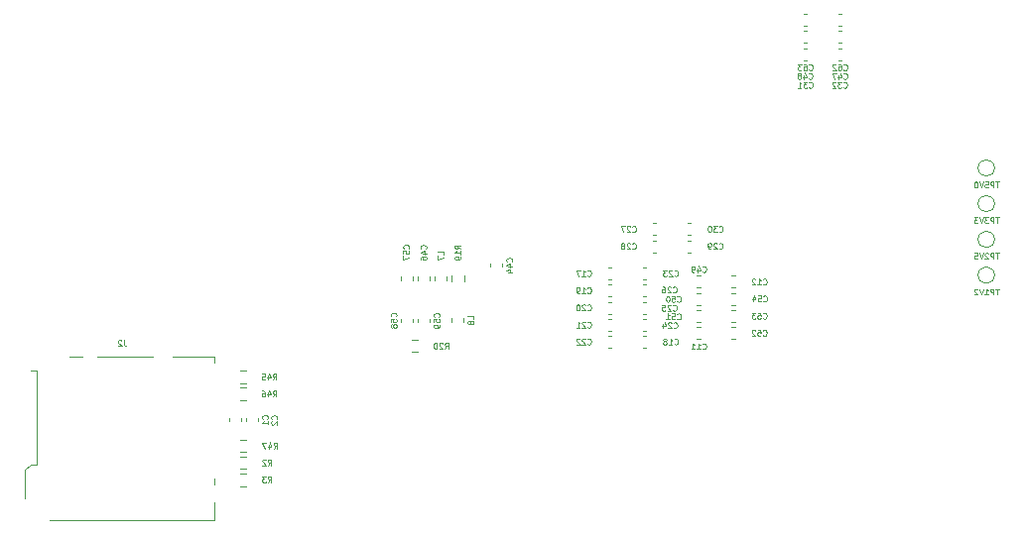
<source format=gbr>
%TF.GenerationSoftware,KiCad,Pcbnew,9.0.3*%
%TF.CreationDate,2025-11-22T17:05:10-05:00*%
%TF.ProjectId,SeedSBC_rev2_0,53656564-5342-4435-9f72-6576325f302e,rev?*%
%TF.SameCoordinates,Original*%
%TF.FileFunction,Legend,Bot*%
%TF.FilePolarity,Positive*%
%FSLAX46Y46*%
G04 Gerber Fmt 4.6, Leading zero omitted, Abs format (unit mm)*
G04 Created by KiCad (PCBNEW 9.0.3) date 2025-11-22 17:05:10*
%MOMM*%
%LPD*%
G01*
G04 APERTURE LIST*
%ADD10C,0.125000*%
%ADD11C,0.120000*%
G04 APERTURE END LIST*
D10*
X153946428Y-93802190D02*
X153970237Y-93826000D01*
X153970237Y-93826000D02*
X154041666Y-93849809D01*
X154041666Y-93849809D02*
X154089285Y-93849809D01*
X154089285Y-93849809D02*
X154160713Y-93826000D01*
X154160713Y-93826000D02*
X154208332Y-93778380D01*
X154208332Y-93778380D02*
X154232142Y-93730761D01*
X154232142Y-93730761D02*
X154255951Y-93635523D01*
X154255951Y-93635523D02*
X154255951Y-93564095D01*
X154255951Y-93564095D02*
X154232142Y-93468857D01*
X154232142Y-93468857D02*
X154208332Y-93421238D01*
X154208332Y-93421238D02*
X154160713Y-93373619D01*
X154160713Y-93373619D02*
X154089285Y-93349809D01*
X154089285Y-93349809D02*
X154041666Y-93349809D01*
X154041666Y-93349809D02*
X153970237Y-93373619D01*
X153970237Y-93373619D02*
X153946428Y-93397428D01*
X153755951Y-93397428D02*
X153732142Y-93373619D01*
X153732142Y-93373619D02*
X153684523Y-93349809D01*
X153684523Y-93349809D02*
X153565475Y-93349809D01*
X153565475Y-93349809D02*
X153517856Y-93373619D01*
X153517856Y-93373619D02*
X153494047Y-93397428D01*
X153494047Y-93397428D02*
X153470237Y-93445047D01*
X153470237Y-93445047D02*
X153470237Y-93492666D01*
X153470237Y-93492666D02*
X153494047Y-93564095D01*
X153494047Y-93564095D02*
X153779761Y-93849809D01*
X153779761Y-93849809D02*
X153470237Y-93849809D01*
X153303571Y-93349809D02*
X152970238Y-93349809D01*
X152970238Y-93349809D02*
X153184523Y-93849809D01*
X157521428Y-103427190D02*
X157545237Y-103451000D01*
X157545237Y-103451000D02*
X157616666Y-103474809D01*
X157616666Y-103474809D02*
X157664285Y-103474809D01*
X157664285Y-103474809D02*
X157735713Y-103451000D01*
X157735713Y-103451000D02*
X157783332Y-103403380D01*
X157783332Y-103403380D02*
X157807142Y-103355761D01*
X157807142Y-103355761D02*
X157830951Y-103260523D01*
X157830951Y-103260523D02*
X157830951Y-103189095D01*
X157830951Y-103189095D02*
X157807142Y-103093857D01*
X157807142Y-103093857D02*
X157783332Y-103046238D01*
X157783332Y-103046238D02*
X157735713Y-102998619D01*
X157735713Y-102998619D02*
X157664285Y-102974809D01*
X157664285Y-102974809D02*
X157616666Y-102974809D01*
X157616666Y-102974809D02*
X157545237Y-102998619D01*
X157545237Y-102998619D02*
X157521428Y-103022428D01*
X157045237Y-103474809D02*
X157330951Y-103474809D01*
X157188094Y-103474809D02*
X157188094Y-102974809D01*
X157188094Y-102974809D02*
X157235713Y-103046238D01*
X157235713Y-103046238D02*
X157283332Y-103093857D01*
X157283332Y-103093857D02*
X157330951Y-103117666D01*
X156759523Y-103189095D02*
X156807142Y-103165285D01*
X156807142Y-103165285D02*
X156830952Y-103141476D01*
X156830952Y-103141476D02*
X156854761Y-103093857D01*
X156854761Y-103093857D02*
X156854761Y-103070047D01*
X156854761Y-103070047D02*
X156830952Y-103022428D01*
X156830952Y-103022428D02*
X156807142Y-102998619D01*
X156807142Y-102998619D02*
X156759523Y-102974809D01*
X156759523Y-102974809D02*
X156664285Y-102974809D01*
X156664285Y-102974809D02*
X156616666Y-102998619D01*
X156616666Y-102998619D02*
X156592857Y-103022428D01*
X156592857Y-103022428D02*
X156569047Y-103070047D01*
X156569047Y-103070047D02*
X156569047Y-103093857D01*
X156569047Y-103093857D02*
X156592857Y-103141476D01*
X156592857Y-103141476D02*
X156616666Y-103165285D01*
X156616666Y-103165285D02*
X156664285Y-103189095D01*
X156664285Y-103189095D02*
X156759523Y-103189095D01*
X156759523Y-103189095D02*
X156807142Y-103212904D01*
X156807142Y-103212904D02*
X156830952Y-103236714D01*
X156830952Y-103236714D02*
X156854761Y-103284333D01*
X156854761Y-103284333D02*
X156854761Y-103379571D01*
X156854761Y-103379571D02*
X156830952Y-103427190D01*
X156830952Y-103427190D02*
X156807142Y-103451000D01*
X156807142Y-103451000D02*
X156759523Y-103474809D01*
X156759523Y-103474809D02*
X156664285Y-103474809D01*
X156664285Y-103474809D02*
X156616666Y-103451000D01*
X156616666Y-103451000D02*
X156592857Y-103427190D01*
X156592857Y-103427190D02*
X156569047Y-103379571D01*
X156569047Y-103379571D02*
X156569047Y-103284333D01*
X156569047Y-103284333D02*
X156592857Y-103236714D01*
X156592857Y-103236714D02*
X156616666Y-103212904D01*
X156616666Y-103212904D02*
X156664285Y-103189095D01*
X165096428Y-102677190D02*
X165120237Y-102701000D01*
X165120237Y-102701000D02*
X165191666Y-102724809D01*
X165191666Y-102724809D02*
X165239285Y-102724809D01*
X165239285Y-102724809D02*
X165310713Y-102701000D01*
X165310713Y-102701000D02*
X165358332Y-102653380D01*
X165358332Y-102653380D02*
X165382142Y-102605761D01*
X165382142Y-102605761D02*
X165405951Y-102510523D01*
X165405951Y-102510523D02*
X165405951Y-102439095D01*
X165405951Y-102439095D02*
X165382142Y-102343857D01*
X165382142Y-102343857D02*
X165358332Y-102296238D01*
X165358332Y-102296238D02*
X165310713Y-102248619D01*
X165310713Y-102248619D02*
X165239285Y-102224809D01*
X165239285Y-102224809D02*
X165191666Y-102224809D01*
X165191666Y-102224809D02*
X165120237Y-102248619D01*
X165120237Y-102248619D02*
X165096428Y-102272428D01*
X164644047Y-102224809D02*
X164882142Y-102224809D01*
X164882142Y-102224809D02*
X164905951Y-102462904D01*
X164905951Y-102462904D02*
X164882142Y-102439095D01*
X164882142Y-102439095D02*
X164834523Y-102415285D01*
X164834523Y-102415285D02*
X164715475Y-102415285D01*
X164715475Y-102415285D02*
X164667856Y-102439095D01*
X164667856Y-102439095D02*
X164644047Y-102462904D01*
X164644047Y-102462904D02*
X164620237Y-102510523D01*
X164620237Y-102510523D02*
X164620237Y-102629571D01*
X164620237Y-102629571D02*
X164644047Y-102677190D01*
X164644047Y-102677190D02*
X164667856Y-102701000D01*
X164667856Y-102701000D02*
X164715475Y-102724809D01*
X164715475Y-102724809D02*
X164834523Y-102724809D01*
X164834523Y-102724809D02*
X164882142Y-102701000D01*
X164882142Y-102701000D02*
X164905951Y-102677190D01*
X164429761Y-102272428D02*
X164405952Y-102248619D01*
X164405952Y-102248619D02*
X164358333Y-102224809D01*
X164358333Y-102224809D02*
X164239285Y-102224809D01*
X164239285Y-102224809D02*
X164191666Y-102248619D01*
X164191666Y-102248619D02*
X164167857Y-102272428D01*
X164167857Y-102272428D02*
X164144047Y-102320047D01*
X164144047Y-102320047D02*
X164144047Y-102367666D01*
X164144047Y-102367666D02*
X164167857Y-102439095D01*
X164167857Y-102439095D02*
X164453571Y-102724809D01*
X164453571Y-102724809D02*
X164144047Y-102724809D01*
X159921428Y-97227190D02*
X159945237Y-97251000D01*
X159945237Y-97251000D02*
X160016666Y-97274809D01*
X160016666Y-97274809D02*
X160064285Y-97274809D01*
X160064285Y-97274809D02*
X160135713Y-97251000D01*
X160135713Y-97251000D02*
X160183332Y-97203380D01*
X160183332Y-97203380D02*
X160207142Y-97155761D01*
X160207142Y-97155761D02*
X160230951Y-97060523D01*
X160230951Y-97060523D02*
X160230951Y-96989095D01*
X160230951Y-96989095D02*
X160207142Y-96893857D01*
X160207142Y-96893857D02*
X160183332Y-96846238D01*
X160183332Y-96846238D02*
X160135713Y-96798619D01*
X160135713Y-96798619D02*
X160064285Y-96774809D01*
X160064285Y-96774809D02*
X160016666Y-96774809D01*
X160016666Y-96774809D02*
X159945237Y-96798619D01*
X159945237Y-96798619D02*
X159921428Y-96822428D01*
X159492856Y-96941476D02*
X159492856Y-97274809D01*
X159611904Y-96751000D02*
X159730951Y-97108142D01*
X159730951Y-97108142D02*
X159421428Y-97108142D01*
X159207142Y-97274809D02*
X159111904Y-97274809D01*
X159111904Y-97274809D02*
X159064285Y-97251000D01*
X159064285Y-97251000D02*
X159040476Y-97227190D01*
X159040476Y-97227190D02*
X158992857Y-97155761D01*
X158992857Y-97155761D02*
X158969047Y-97060523D01*
X158969047Y-97060523D02*
X158969047Y-96870047D01*
X158969047Y-96870047D02*
X158992857Y-96822428D01*
X158992857Y-96822428D02*
X159016666Y-96798619D01*
X159016666Y-96798619D02*
X159064285Y-96774809D01*
X159064285Y-96774809D02*
X159159523Y-96774809D01*
X159159523Y-96774809D02*
X159207142Y-96798619D01*
X159207142Y-96798619D02*
X159230952Y-96822428D01*
X159230952Y-96822428D02*
X159254761Y-96870047D01*
X159254761Y-96870047D02*
X159254761Y-96989095D01*
X159254761Y-96989095D02*
X159230952Y-97036714D01*
X159230952Y-97036714D02*
X159207142Y-97060523D01*
X159207142Y-97060523D02*
X159159523Y-97084333D01*
X159159523Y-97084333D02*
X159064285Y-97084333D01*
X159064285Y-97084333D02*
X159016666Y-97060523D01*
X159016666Y-97060523D02*
X158992857Y-97036714D01*
X158992857Y-97036714D02*
X158969047Y-96989095D01*
X185233331Y-95662809D02*
X184947617Y-95662809D01*
X185090474Y-96162809D02*
X185090474Y-95662809D01*
X184780951Y-96162809D02*
X184780951Y-95662809D01*
X184780951Y-95662809D02*
X184590475Y-95662809D01*
X184590475Y-95662809D02*
X184542856Y-95686619D01*
X184542856Y-95686619D02*
X184519046Y-95710428D01*
X184519046Y-95710428D02*
X184495237Y-95758047D01*
X184495237Y-95758047D02*
X184495237Y-95829476D01*
X184495237Y-95829476D02*
X184519046Y-95877095D01*
X184519046Y-95877095D02*
X184542856Y-95900904D01*
X184542856Y-95900904D02*
X184590475Y-95924714D01*
X184590475Y-95924714D02*
X184780951Y-95924714D01*
X184304760Y-95710428D02*
X184280951Y-95686619D01*
X184280951Y-95686619D02*
X184233332Y-95662809D01*
X184233332Y-95662809D02*
X184114284Y-95662809D01*
X184114284Y-95662809D02*
X184066665Y-95686619D01*
X184066665Y-95686619D02*
X184042856Y-95710428D01*
X184042856Y-95710428D02*
X184019046Y-95758047D01*
X184019046Y-95758047D02*
X184019046Y-95805666D01*
X184019046Y-95805666D02*
X184042856Y-95877095D01*
X184042856Y-95877095D02*
X184328570Y-96162809D01*
X184328570Y-96162809D02*
X184019046Y-96162809D01*
X183876189Y-95662809D02*
X183709523Y-96162809D01*
X183709523Y-96162809D02*
X183542856Y-95662809D01*
X183138095Y-95662809D02*
X183376190Y-95662809D01*
X183376190Y-95662809D02*
X183399999Y-95900904D01*
X183399999Y-95900904D02*
X183376190Y-95877095D01*
X183376190Y-95877095D02*
X183328571Y-95853285D01*
X183328571Y-95853285D02*
X183209523Y-95853285D01*
X183209523Y-95853285D02*
X183161904Y-95877095D01*
X183161904Y-95877095D02*
X183138095Y-95900904D01*
X183138095Y-95900904D02*
X183114285Y-95948523D01*
X183114285Y-95948523D02*
X183114285Y-96067571D01*
X183114285Y-96067571D02*
X183138095Y-96115190D01*
X183138095Y-96115190D02*
X183161904Y-96139000D01*
X183161904Y-96139000D02*
X183209523Y-96162809D01*
X183209523Y-96162809D02*
X183328571Y-96162809D01*
X183328571Y-96162809D02*
X183376190Y-96139000D01*
X183376190Y-96139000D02*
X183399999Y-96115190D01*
X157771428Y-99777190D02*
X157795237Y-99801000D01*
X157795237Y-99801000D02*
X157866666Y-99824809D01*
X157866666Y-99824809D02*
X157914285Y-99824809D01*
X157914285Y-99824809D02*
X157985713Y-99801000D01*
X157985713Y-99801000D02*
X158033332Y-99753380D01*
X158033332Y-99753380D02*
X158057142Y-99705761D01*
X158057142Y-99705761D02*
X158080951Y-99610523D01*
X158080951Y-99610523D02*
X158080951Y-99539095D01*
X158080951Y-99539095D02*
X158057142Y-99443857D01*
X158057142Y-99443857D02*
X158033332Y-99396238D01*
X158033332Y-99396238D02*
X157985713Y-99348619D01*
X157985713Y-99348619D02*
X157914285Y-99324809D01*
X157914285Y-99324809D02*
X157866666Y-99324809D01*
X157866666Y-99324809D02*
X157795237Y-99348619D01*
X157795237Y-99348619D02*
X157771428Y-99372428D01*
X157319047Y-99324809D02*
X157557142Y-99324809D01*
X157557142Y-99324809D02*
X157580951Y-99562904D01*
X157580951Y-99562904D02*
X157557142Y-99539095D01*
X157557142Y-99539095D02*
X157509523Y-99515285D01*
X157509523Y-99515285D02*
X157390475Y-99515285D01*
X157390475Y-99515285D02*
X157342856Y-99539095D01*
X157342856Y-99539095D02*
X157319047Y-99562904D01*
X157319047Y-99562904D02*
X157295237Y-99610523D01*
X157295237Y-99610523D02*
X157295237Y-99729571D01*
X157295237Y-99729571D02*
X157319047Y-99777190D01*
X157319047Y-99777190D02*
X157342856Y-99801000D01*
X157342856Y-99801000D02*
X157390475Y-99824809D01*
X157390475Y-99824809D02*
X157509523Y-99824809D01*
X157509523Y-99824809D02*
X157557142Y-99801000D01*
X157557142Y-99801000D02*
X157580951Y-99777190D01*
X156985714Y-99324809D02*
X156938095Y-99324809D01*
X156938095Y-99324809D02*
X156890476Y-99348619D01*
X156890476Y-99348619D02*
X156866666Y-99372428D01*
X156866666Y-99372428D02*
X156842857Y-99420047D01*
X156842857Y-99420047D02*
X156819047Y-99515285D01*
X156819047Y-99515285D02*
X156819047Y-99634333D01*
X156819047Y-99634333D02*
X156842857Y-99729571D01*
X156842857Y-99729571D02*
X156866666Y-99777190D01*
X156866666Y-99777190D02*
X156890476Y-99801000D01*
X156890476Y-99801000D02*
X156938095Y-99824809D01*
X156938095Y-99824809D02*
X156985714Y-99824809D01*
X156985714Y-99824809D02*
X157033333Y-99801000D01*
X157033333Y-99801000D02*
X157057142Y-99777190D01*
X157057142Y-99777190D02*
X157080952Y-99729571D01*
X157080952Y-99729571D02*
X157104761Y-99634333D01*
X157104761Y-99634333D02*
X157104761Y-99515285D01*
X157104761Y-99515285D02*
X157080952Y-99420047D01*
X157080952Y-99420047D02*
X157057142Y-99372428D01*
X157057142Y-99372428D02*
X157033333Y-99348619D01*
X157033333Y-99348619D02*
X156985714Y-99324809D01*
X137946428Y-103824809D02*
X138113094Y-103586714D01*
X138232142Y-103824809D02*
X138232142Y-103324809D01*
X138232142Y-103324809D02*
X138041666Y-103324809D01*
X138041666Y-103324809D02*
X137994047Y-103348619D01*
X137994047Y-103348619D02*
X137970237Y-103372428D01*
X137970237Y-103372428D02*
X137946428Y-103420047D01*
X137946428Y-103420047D02*
X137946428Y-103491476D01*
X137946428Y-103491476D02*
X137970237Y-103539095D01*
X137970237Y-103539095D02*
X137994047Y-103562904D01*
X137994047Y-103562904D02*
X138041666Y-103586714D01*
X138041666Y-103586714D02*
X138232142Y-103586714D01*
X137755951Y-103372428D02*
X137732142Y-103348619D01*
X137732142Y-103348619D02*
X137684523Y-103324809D01*
X137684523Y-103324809D02*
X137565475Y-103324809D01*
X137565475Y-103324809D02*
X137517856Y-103348619D01*
X137517856Y-103348619D02*
X137494047Y-103372428D01*
X137494047Y-103372428D02*
X137470237Y-103420047D01*
X137470237Y-103420047D02*
X137470237Y-103467666D01*
X137470237Y-103467666D02*
X137494047Y-103539095D01*
X137494047Y-103539095D02*
X137779761Y-103824809D01*
X137779761Y-103824809D02*
X137470237Y-103824809D01*
X137160714Y-103324809D02*
X137113095Y-103324809D01*
X137113095Y-103324809D02*
X137065476Y-103348619D01*
X137065476Y-103348619D02*
X137041666Y-103372428D01*
X137041666Y-103372428D02*
X137017857Y-103420047D01*
X137017857Y-103420047D02*
X136994047Y-103515285D01*
X136994047Y-103515285D02*
X136994047Y-103634333D01*
X136994047Y-103634333D02*
X137017857Y-103729571D01*
X137017857Y-103729571D02*
X137041666Y-103777190D01*
X137041666Y-103777190D02*
X137065476Y-103801000D01*
X137065476Y-103801000D02*
X137113095Y-103824809D01*
X137113095Y-103824809D02*
X137160714Y-103824809D01*
X137160714Y-103824809D02*
X137208333Y-103801000D01*
X137208333Y-103801000D02*
X137232142Y-103777190D01*
X137232142Y-103777190D02*
X137255952Y-103729571D01*
X137255952Y-103729571D02*
X137279761Y-103634333D01*
X137279761Y-103634333D02*
X137279761Y-103515285D01*
X137279761Y-103515285D02*
X137255952Y-103420047D01*
X137255952Y-103420047D02*
X137232142Y-103372428D01*
X137232142Y-103372428D02*
X137208333Y-103348619D01*
X137208333Y-103348619D02*
X137160714Y-103324809D01*
X171951428Y-81477190D02*
X171975237Y-81501000D01*
X171975237Y-81501000D02*
X172046666Y-81524809D01*
X172046666Y-81524809D02*
X172094285Y-81524809D01*
X172094285Y-81524809D02*
X172165713Y-81501000D01*
X172165713Y-81501000D02*
X172213332Y-81453380D01*
X172213332Y-81453380D02*
X172237142Y-81405761D01*
X172237142Y-81405761D02*
X172260951Y-81310523D01*
X172260951Y-81310523D02*
X172260951Y-81239095D01*
X172260951Y-81239095D02*
X172237142Y-81143857D01*
X172237142Y-81143857D02*
X172213332Y-81096238D01*
X172213332Y-81096238D02*
X172165713Y-81048619D01*
X172165713Y-81048619D02*
X172094285Y-81024809D01*
X172094285Y-81024809D02*
X172046666Y-81024809D01*
X172046666Y-81024809D02*
X171975237Y-81048619D01*
X171975237Y-81048619D02*
X171951428Y-81072428D01*
X171784761Y-81024809D02*
X171475237Y-81024809D01*
X171475237Y-81024809D02*
X171641904Y-81215285D01*
X171641904Y-81215285D02*
X171570475Y-81215285D01*
X171570475Y-81215285D02*
X171522856Y-81239095D01*
X171522856Y-81239095D02*
X171499047Y-81262904D01*
X171499047Y-81262904D02*
X171475237Y-81310523D01*
X171475237Y-81310523D02*
X171475237Y-81429571D01*
X171475237Y-81429571D02*
X171499047Y-81477190D01*
X171499047Y-81477190D02*
X171522856Y-81501000D01*
X171522856Y-81501000D02*
X171570475Y-81524809D01*
X171570475Y-81524809D02*
X171713332Y-81524809D01*
X171713332Y-81524809D02*
X171760951Y-81501000D01*
X171760951Y-81501000D02*
X171784761Y-81477190D01*
X171284761Y-81072428D02*
X171260952Y-81048619D01*
X171260952Y-81048619D02*
X171213333Y-81024809D01*
X171213333Y-81024809D02*
X171094285Y-81024809D01*
X171094285Y-81024809D02*
X171046666Y-81048619D01*
X171046666Y-81048619D02*
X171022857Y-81072428D01*
X171022857Y-81072428D02*
X170999047Y-81120047D01*
X170999047Y-81120047D02*
X170999047Y-81167666D01*
X170999047Y-81167666D02*
X171022857Y-81239095D01*
X171022857Y-81239095D02*
X171308571Y-81524809D01*
X171308571Y-81524809D02*
X170999047Y-81524809D01*
X150121428Y-101977190D02*
X150145237Y-102001000D01*
X150145237Y-102001000D02*
X150216666Y-102024809D01*
X150216666Y-102024809D02*
X150264285Y-102024809D01*
X150264285Y-102024809D02*
X150335713Y-102001000D01*
X150335713Y-102001000D02*
X150383332Y-101953380D01*
X150383332Y-101953380D02*
X150407142Y-101905761D01*
X150407142Y-101905761D02*
X150430951Y-101810523D01*
X150430951Y-101810523D02*
X150430951Y-101739095D01*
X150430951Y-101739095D02*
X150407142Y-101643857D01*
X150407142Y-101643857D02*
X150383332Y-101596238D01*
X150383332Y-101596238D02*
X150335713Y-101548619D01*
X150335713Y-101548619D02*
X150264285Y-101524809D01*
X150264285Y-101524809D02*
X150216666Y-101524809D01*
X150216666Y-101524809D02*
X150145237Y-101548619D01*
X150145237Y-101548619D02*
X150121428Y-101572428D01*
X149930951Y-101572428D02*
X149907142Y-101548619D01*
X149907142Y-101548619D02*
X149859523Y-101524809D01*
X149859523Y-101524809D02*
X149740475Y-101524809D01*
X149740475Y-101524809D02*
X149692856Y-101548619D01*
X149692856Y-101548619D02*
X149669047Y-101572428D01*
X149669047Y-101572428D02*
X149645237Y-101620047D01*
X149645237Y-101620047D02*
X149645237Y-101667666D01*
X149645237Y-101667666D02*
X149669047Y-101739095D01*
X149669047Y-101739095D02*
X149954761Y-102024809D01*
X149954761Y-102024809D02*
X149645237Y-102024809D01*
X149169047Y-102024809D02*
X149454761Y-102024809D01*
X149311904Y-102024809D02*
X149311904Y-101524809D01*
X149311904Y-101524809D02*
X149359523Y-101596238D01*
X149359523Y-101596238D02*
X149407142Y-101643857D01*
X149407142Y-101643857D02*
X149454761Y-101667666D01*
X169021428Y-81477190D02*
X169045237Y-81501000D01*
X169045237Y-81501000D02*
X169116666Y-81524809D01*
X169116666Y-81524809D02*
X169164285Y-81524809D01*
X169164285Y-81524809D02*
X169235713Y-81501000D01*
X169235713Y-81501000D02*
X169283332Y-81453380D01*
X169283332Y-81453380D02*
X169307142Y-81405761D01*
X169307142Y-81405761D02*
X169330951Y-81310523D01*
X169330951Y-81310523D02*
X169330951Y-81239095D01*
X169330951Y-81239095D02*
X169307142Y-81143857D01*
X169307142Y-81143857D02*
X169283332Y-81096238D01*
X169283332Y-81096238D02*
X169235713Y-81048619D01*
X169235713Y-81048619D02*
X169164285Y-81024809D01*
X169164285Y-81024809D02*
X169116666Y-81024809D01*
X169116666Y-81024809D02*
X169045237Y-81048619D01*
X169045237Y-81048619D02*
X169021428Y-81072428D01*
X168854761Y-81024809D02*
X168545237Y-81024809D01*
X168545237Y-81024809D02*
X168711904Y-81215285D01*
X168711904Y-81215285D02*
X168640475Y-81215285D01*
X168640475Y-81215285D02*
X168592856Y-81239095D01*
X168592856Y-81239095D02*
X168569047Y-81262904D01*
X168569047Y-81262904D02*
X168545237Y-81310523D01*
X168545237Y-81310523D02*
X168545237Y-81429571D01*
X168545237Y-81429571D02*
X168569047Y-81477190D01*
X168569047Y-81477190D02*
X168592856Y-81501000D01*
X168592856Y-81501000D02*
X168640475Y-81524809D01*
X168640475Y-81524809D02*
X168783332Y-81524809D01*
X168783332Y-81524809D02*
X168830951Y-81501000D01*
X168830951Y-81501000D02*
X168854761Y-81477190D01*
X168069047Y-81524809D02*
X168354761Y-81524809D01*
X168211904Y-81524809D02*
X168211904Y-81024809D01*
X168211904Y-81024809D02*
X168259523Y-81096238D01*
X168259523Y-81096238D02*
X168307142Y-81143857D01*
X168307142Y-81143857D02*
X168354761Y-81167666D01*
X157771428Y-101277190D02*
X157795237Y-101301000D01*
X157795237Y-101301000D02*
X157866666Y-101324809D01*
X157866666Y-101324809D02*
X157914285Y-101324809D01*
X157914285Y-101324809D02*
X157985713Y-101301000D01*
X157985713Y-101301000D02*
X158033332Y-101253380D01*
X158033332Y-101253380D02*
X158057142Y-101205761D01*
X158057142Y-101205761D02*
X158080951Y-101110523D01*
X158080951Y-101110523D02*
X158080951Y-101039095D01*
X158080951Y-101039095D02*
X158057142Y-100943857D01*
X158057142Y-100943857D02*
X158033332Y-100896238D01*
X158033332Y-100896238D02*
X157985713Y-100848619D01*
X157985713Y-100848619D02*
X157914285Y-100824809D01*
X157914285Y-100824809D02*
X157866666Y-100824809D01*
X157866666Y-100824809D02*
X157795237Y-100848619D01*
X157795237Y-100848619D02*
X157771428Y-100872428D01*
X157319047Y-100824809D02*
X157557142Y-100824809D01*
X157557142Y-100824809D02*
X157580951Y-101062904D01*
X157580951Y-101062904D02*
X157557142Y-101039095D01*
X157557142Y-101039095D02*
X157509523Y-101015285D01*
X157509523Y-101015285D02*
X157390475Y-101015285D01*
X157390475Y-101015285D02*
X157342856Y-101039095D01*
X157342856Y-101039095D02*
X157319047Y-101062904D01*
X157319047Y-101062904D02*
X157295237Y-101110523D01*
X157295237Y-101110523D02*
X157295237Y-101229571D01*
X157295237Y-101229571D02*
X157319047Y-101277190D01*
X157319047Y-101277190D02*
X157342856Y-101301000D01*
X157342856Y-101301000D02*
X157390475Y-101324809D01*
X157390475Y-101324809D02*
X157509523Y-101324809D01*
X157509523Y-101324809D02*
X157557142Y-101301000D01*
X157557142Y-101301000D02*
X157580951Y-101277190D01*
X156819047Y-101324809D02*
X157104761Y-101324809D01*
X156961904Y-101324809D02*
X156961904Y-100824809D01*
X156961904Y-100824809D02*
X157009523Y-100896238D01*
X157009523Y-100896238D02*
X157057142Y-100943857D01*
X157057142Y-100943857D02*
X157104761Y-100967666D01*
X137452190Y-101103571D02*
X137476000Y-101079762D01*
X137476000Y-101079762D02*
X137499809Y-101008333D01*
X137499809Y-101008333D02*
X137499809Y-100960714D01*
X137499809Y-100960714D02*
X137476000Y-100889286D01*
X137476000Y-100889286D02*
X137428380Y-100841667D01*
X137428380Y-100841667D02*
X137380761Y-100817857D01*
X137380761Y-100817857D02*
X137285523Y-100794048D01*
X137285523Y-100794048D02*
X137214095Y-100794048D01*
X137214095Y-100794048D02*
X137118857Y-100817857D01*
X137118857Y-100817857D02*
X137071238Y-100841667D01*
X137071238Y-100841667D02*
X137023619Y-100889286D01*
X137023619Y-100889286D02*
X136999809Y-100960714D01*
X136999809Y-100960714D02*
X136999809Y-101008333D01*
X136999809Y-101008333D02*
X137023619Y-101079762D01*
X137023619Y-101079762D02*
X137047428Y-101103571D01*
X136999809Y-101555952D02*
X136999809Y-101317857D01*
X136999809Y-101317857D02*
X137237904Y-101294048D01*
X137237904Y-101294048D02*
X137214095Y-101317857D01*
X137214095Y-101317857D02*
X137190285Y-101365476D01*
X137190285Y-101365476D02*
X137190285Y-101484524D01*
X137190285Y-101484524D02*
X137214095Y-101532143D01*
X137214095Y-101532143D02*
X137237904Y-101555952D01*
X137237904Y-101555952D02*
X137285523Y-101579762D01*
X137285523Y-101579762D02*
X137404571Y-101579762D01*
X137404571Y-101579762D02*
X137452190Y-101555952D01*
X137452190Y-101555952D02*
X137476000Y-101532143D01*
X137476000Y-101532143D02*
X137499809Y-101484524D01*
X137499809Y-101484524D02*
X137499809Y-101365476D01*
X137499809Y-101365476D02*
X137476000Y-101317857D01*
X137476000Y-101317857D02*
X137452190Y-101294048D01*
X137499809Y-101817857D02*
X137499809Y-101913095D01*
X137499809Y-101913095D02*
X137476000Y-101960714D01*
X137476000Y-101960714D02*
X137452190Y-101984523D01*
X137452190Y-101984523D02*
X137380761Y-102032142D01*
X137380761Y-102032142D02*
X137285523Y-102055952D01*
X137285523Y-102055952D02*
X137095047Y-102055952D01*
X137095047Y-102055952D02*
X137047428Y-102032142D01*
X137047428Y-102032142D02*
X137023619Y-102008333D01*
X137023619Y-102008333D02*
X136999809Y-101960714D01*
X136999809Y-101960714D02*
X136999809Y-101865476D01*
X136999809Y-101865476D02*
X137023619Y-101817857D01*
X137023619Y-101817857D02*
X137047428Y-101794047D01*
X137047428Y-101794047D02*
X137095047Y-101770238D01*
X137095047Y-101770238D02*
X137214095Y-101770238D01*
X137214095Y-101770238D02*
X137261714Y-101794047D01*
X137261714Y-101794047D02*
X137285523Y-101817857D01*
X137285523Y-101817857D02*
X137309333Y-101865476D01*
X137309333Y-101865476D02*
X137309333Y-101960714D01*
X137309333Y-101960714D02*
X137285523Y-102008333D01*
X137285523Y-102008333D02*
X137261714Y-102032142D01*
X137261714Y-102032142D02*
X137214095Y-102055952D01*
X140399809Y-101299166D02*
X140399809Y-101061071D01*
X140399809Y-101061071D02*
X139899809Y-101061071D01*
X140114095Y-101537262D02*
X140090285Y-101489643D01*
X140090285Y-101489643D02*
X140066476Y-101465833D01*
X140066476Y-101465833D02*
X140018857Y-101442024D01*
X140018857Y-101442024D02*
X139995047Y-101442024D01*
X139995047Y-101442024D02*
X139947428Y-101465833D01*
X139947428Y-101465833D02*
X139923619Y-101489643D01*
X139923619Y-101489643D02*
X139899809Y-101537262D01*
X139899809Y-101537262D02*
X139899809Y-101632500D01*
X139899809Y-101632500D02*
X139923619Y-101680119D01*
X139923619Y-101680119D02*
X139947428Y-101703928D01*
X139947428Y-101703928D02*
X139995047Y-101727738D01*
X139995047Y-101727738D02*
X140018857Y-101727738D01*
X140018857Y-101727738D02*
X140066476Y-101703928D01*
X140066476Y-101703928D02*
X140090285Y-101680119D01*
X140090285Y-101680119D02*
X140114095Y-101632500D01*
X140114095Y-101632500D02*
X140114095Y-101537262D01*
X140114095Y-101537262D02*
X140137904Y-101489643D01*
X140137904Y-101489643D02*
X140161714Y-101465833D01*
X140161714Y-101465833D02*
X140209333Y-101442024D01*
X140209333Y-101442024D02*
X140304571Y-101442024D01*
X140304571Y-101442024D02*
X140352190Y-101465833D01*
X140352190Y-101465833D02*
X140376000Y-101489643D01*
X140376000Y-101489643D02*
X140399809Y-101537262D01*
X140399809Y-101537262D02*
X140399809Y-101632500D01*
X140399809Y-101632500D02*
X140376000Y-101680119D01*
X140376000Y-101680119D02*
X140352190Y-101703928D01*
X140352190Y-101703928D02*
X140304571Y-101727738D01*
X140304571Y-101727738D02*
X140209333Y-101727738D01*
X140209333Y-101727738D02*
X140161714Y-101703928D01*
X140161714Y-101703928D02*
X140137904Y-101680119D01*
X140137904Y-101680119D02*
X140114095Y-101632500D01*
X150121428Y-100502190D02*
X150145237Y-100526000D01*
X150145237Y-100526000D02*
X150216666Y-100549809D01*
X150216666Y-100549809D02*
X150264285Y-100549809D01*
X150264285Y-100549809D02*
X150335713Y-100526000D01*
X150335713Y-100526000D02*
X150383332Y-100478380D01*
X150383332Y-100478380D02*
X150407142Y-100430761D01*
X150407142Y-100430761D02*
X150430951Y-100335523D01*
X150430951Y-100335523D02*
X150430951Y-100264095D01*
X150430951Y-100264095D02*
X150407142Y-100168857D01*
X150407142Y-100168857D02*
X150383332Y-100121238D01*
X150383332Y-100121238D02*
X150335713Y-100073619D01*
X150335713Y-100073619D02*
X150264285Y-100049809D01*
X150264285Y-100049809D02*
X150216666Y-100049809D01*
X150216666Y-100049809D02*
X150145237Y-100073619D01*
X150145237Y-100073619D02*
X150121428Y-100097428D01*
X149930951Y-100097428D02*
X149907142Y-100073619D01*
X149907142Y-100073619D02*
X149859523Y-100049809D01*
X149859523Y-100049809D02*
X149740475Y-100049809D01*
X149740475Y-100049809D02*
X149692856Y-100073619D01*
X149692856Y-100073619D02*
X149669047Y-100097428D01*
X149669047Y-100097428D02*
X149645237Y-100145047D01*
X149645237Y-100145047D02*
X149645237Y-100192666D01*
X149645237Y-100192666D02*
X149669047Y-100264095D01*
X149669047Y-100264095D02*
X149954761Y-100549809D01*
X149954761Y-100549809D02*
X149645237Y-100549809D01*
X149335714Y-100049809D02*
X149288095Y-100049809D01*
X149288095Y-100049809D02*
X149240476Y-100073619D01*
X149240476Y-100073619D02*
X149216666Y-100097428D01*
X149216666Y-100097428D02*
X149192857Y-100145047D01*
X149192857Y-100145047D02*
X149169047Y-100240285D01*
X149169047Y-100240285D02*
X149169047Y-100359333D01*
X149169047Y-100359333D02*
X149192857Y-100454571D01*
X149192857Y-100454571D02*
X149216666Y-100502190D01*
X149216666Y-100502190D02*
X149240476Y-100526000D01*
X149240476Y-100526000D02*
X149288095Y-100549809D01*
X149288095Y-100549809D02*
X149335714Y-100549809D01*
X149335714Y-100549809D02*
X149383333Y-100526000D01*
X149383333Y-100526000D02*
X149407142Y-100502190D01*
X149407142Y-100502190D02*
X149430952Y-100454571D01*
X149430952Y-100454571D02*
X149454761Y-100359333D01*
X149454761Y-100359333D02*
X149454761Y-100240285D01*
X149454761Y-100240285D02*
X149430952Y-100145047D01*
X149430952Y-100145047D02*
X149407142Y-100097428D01*
X149407142Y-100097428D02*
X149383333Y-100073619D01*
X149383333Y-100073619D02*
X149335714Y-100049809D01*
X153946428Y-95252190D02*
X153970237Y-95276000D01*
X153970237Y-95276000D02*
X154041666Y-95299809D01*
X154041666Y-95299809D02*
X154089285Y-95299809D01*
X154089285Y-95299809D02*
X154160713Y-95276000D01*
X154160713Y-95276000D02*
X154208332Y-95228380D01*
X154208332Y-95228380D02*
X154232142Y-95180761D01*
X154232142Y-95180761D02*
X154255951Y-95085523D01*
X154255951Y-95085523D02*
X154255951Y-95014095D01*
X154255951Y-95014095D02*
X154232142Y-94918857D01*
X154232142Y-94918857D02*
X154208332Y-94871238D01*
X154208332Y-94871238D02*
X154160713Y-94823619D01*
X154160713Y-94823619D02*
X154089285Y-94799809D01*
X154089285Y-94799809D02*
X154041666Y-94799809D01*
X154041666Y-94799809D02*
X153970237Y-94823619D01*
X153970237Y-94823619D02*
X153946428Y-94847428D01*
X153755951Y-94847428D02*
X153732142Y-94823619D01*
X153732142Y-94823619D02*
X153684523Y-94799809D01*
X153684523Y-94799809D02*
X153565475Y-94799809D01*
X153565475Y-94799809D02*
X153517856Y-94823619D01*
X153517856Y-94823619D02*
X153494047Y-94847428D01*
X153494047Y-94847428D02*
X153470237Y-94895047D01*
X153470237Y-94895047D02*
X153470237Y-94942666D01*
X153470237Y-94942666D02*
X153494047Y-95014095D01*
X153494047Y-95014095D02*
X153779761Y-95299809D01*
X153779761Y-95299809D02*
X153470237Y-95299809D01*
X153184523Y-95014095D02*
X153232142Y-94990285D01*
X153232142Y-94990285D02*
X153255952Y-94966476D01*
X153255952Y-94966476D02*
X153279761Y-94918857D01*
X153279761Y-94918857D02*
X153279761Y-94895047D01*
X153279761Y-94895047D02*
X153255952Y-94847428D01*
X153255952Y-94847428D02*
X153232142Y-94823619D01*
X153232142Y-94823619D02*
X153184523Y-94799809D01*
X153184523Y-94799809D02*
X153089285Y-94799809D01*
X153089285Y-94799809D02*
X153041666Y-94823619D01*
X153041666Y-94823619D02*
X153017857Y-94847428D01*
X153017857Y-94847428D02*
X152994047Y-94895047D01*
X152994047Y-94895047D02*
X152994047Y-94918857D01*
X152994047Y-94918857D02*
X153017857Y-94966476D01*
X153017857Y-94966476D02*
X153041666Y-94990285D01*
X153041666Y-94990285D02*
X153089285Y-95014095D01*
X153089285Y-95014095D02*
X153184523Y-95014095D01*
X153184523Y-95014095D02*
X153232142Y-95037904D01*
X153232142Y-95037904D02*
X153255952Y-95061714D01*
X153255952Y-95061714D02*
X153279761Y-95109333D01*
X153279761Y-95109333D02*
X153279761Y-95204571D01*
X153279761Y-95204571D02*
X153255952Y-95252190D01*
X153255952Y-95252190D02*
X153232142Y-95276000D01*
X153232142Y-95276000D02*
X153184523Y-95299809D01*
X153184523Y-95299809D02*
X153089285Y-95299809D01*
X153089285Y-95299809D02*
X153041666Y-95276000D01*
X153041666Y-95276000D02*
X153017857Y-95252190D01*
X153017857Y-95252190D02*
X152994047Y-95204571D01*
X152994047Y-95204571D02*
X152994047Y-95109333D01*
X152994047Y-95109333D02*
X153017857Y-95061714D01*
X153017857Y-95061714D02*
X153041666Y-95037904D01*
X153041666Y-95037904D02*
X153089285Y-95014095D01*
X122858333Y-115249809D02*
X123024999Y-115011714D01*
X123144047Y-115249809D02*
X123144047Y-114749809D01*
X123144047Y-114749809D02*
X122953571Y-114749809D01*
X122953571Y-114749809D02*
X122905952Y-114773619D01*
X122905952Y-114773619D02*
X122882142Y-114797428D01*
X122882142Y-114797428D02*
X122858333Y-114845047D01*
X122858333Y-114845047D02*
X122858333Y-114916476D01*
X122858333Y-114916476D02*
X122882142Y-114964095D01*
X122882142Y-114964095D02*
X122905952Y-114987904D01*
X122905952Y-114987904D02*
X122953571Y-115011714D01*
X122953571Y-115011714D02*
X123144047Y-115011714D01*
X122691666Y-114749809D02*
X122382142Y-114749809D01*
X122382142Y-114749809D02*
X122548809Y-114940285D01*
X122548809Y-114940285D02*
X122477380Y-114940285D01*
X122477380Y-114940285D02*
X122429761Y-114964095D01*
X122429761Y-114964095D02*
X122405952Y-114987904D01*
X122405952Y-114987904D02*
X122382142Y-115035523D01*
X122382142Y-115035523D02*
X122382142Y-115154571D01*
X122382142Y-115154571D02*
X122405952Y-115202190D01*
X122405952Y-115202190D02*
X122429761Y-115226000D01*
X122429761Y-115226000D02*
X122477380Y-115249809D01*
X122477380Y-115249809D02*
X122620237Y-115249809D01*
X122620237Y-115249809D02*
X122667856Y-115226000D01*
X122667856Y-115226000D02*
X122691666Y-115202190D01*
X157421428Y-98977190D02*
X157445237Y-99001000D01*
X157445237Y-99001000D02*
X157516666Y-99024809D01*
X157516666Y-99024809D02*
X157564285Y-99024809D01*
X157564285Y-99024809D02*
X157635713Y-99001000D01*
X157635713Y-99001000D02*
X157683332Y-98953380D01*
X157683332Y-98953380D02*
X157707142Y-98905761D01*
X157707142Y-98905761D02*
X157730951Y-98810523D01*
X157730951Y-98810523D02*
X157730951Y-98739095D01*
X157730951Y-98739095D02*
X157707142Y-98643857D01*
X157707142Y-98643857D02*
X157683332Y-98596238D01*
X157683332Y-98596238D02*
X157635713Y-98548619D01*
X157635713Y-98548619D02*
X157564285Y-98524809D01*
X157564285Y-98524809D02*
X157516666Y-98524809D01*
X157516666Y-98524809D02*
X157445237Y-98548619D01*
X157445237Y-98548619D02*
X157421428Y-98572428D01*
X157230951Y-98572428D02*
X157207142Y-98548619D01*
X157207142Y-98548619D02*
X157159523Y-98524809D01*
X157159523Y-98524809D02*
X157040475Y-98524809D01*
X157040475Y-98524809D02*
X156992856Y-98548619D01*
X156992856Y-98548619D02*
X156969047Y-98572428D01*
X156969047Y-98572428D02*
X156945237Y-98620047D01*
X156945237Y-98620047D02*
X156945237Y-98667666D01*
X156945237Y-98667666D02*
X156969047Y-98739095D01*
X156969047Y-98739095D02*
X157254761Y-99024809D01*
X157254761Y-99024809D02*
X156945237Y-99024809D01*
X156516666Y-98524809D02*
X156611904Y-98524809D01*
X156611904Y-98524809D02*
X156659523Y-98548619D01*
X156659523Y-98548619D02*
X156683333Y-98572428D01*
X156683333Y-98572428D02*
X156730952Y-98643857D01*
X156730952Y-98643857D02*
X156754761Y-98739095D01*
X156754761Y-98739095D02*
X156754761Y-98929571D01*
X156754761Y-98929571D02*
X156730952Y-98977190D01*
X156730952Y-98977190D02*
X156707142Y-99001000D01*
X156707142Y-99001000D02*
X156659523Y-99024809D01*
X156659523Y-99024809D02*
X156564285Y-99024809D01*
X156564285Y-99024809D02*
X156516666Y-99001000D01*
X156516666Y-99001000D02*
X156492857Y-98977190D01*
X156492857Y-98977190D02*
X156469047Y-98929571D01*
X156469047Y-98929571D02*
X156469047Y-98810523D01*
X156469047Y-98810523D02*
X156492857Y-98762904D01*
X156492857Y-98762904D02*
X156516666Y-98739095D01*
X156516666Y-98739095D02*
X156564285Y-98715285D01*
X156564285Y-98715285D02*
X156659523Y-98715285D01*
X156659523Y-98715285D02*
X156707142Y-98739095D01*
X156707142Y-98739095D02*
X156730952Y-98762904D01*
X156730952Y-98762904D02*
X156754761Y-98810523D01*
X157471428Y-102027190D02*
X157495237Y-102051000D01*
X157495237Y-102051000D02*
X157566666Y-102074809D01*
X157566666Y-102074809D02*
X157614285Y-102074809D01*
X157614285Y-102074809D02*
X157685713Y-102051000D01*
X157685713Y-102051000D02*
X157733332Y-102003380D01*
X157733332Y-102003380D02*
X157757142Y-101955761D01*
X157757142Y-101955761D02*
X157780951Y-101860523D01*
X157780951Y-101860523D02*
X157780951Y-101789095D01*
X157780951Y-101789095D02*
X157757142Y-101693857D01*
X157757142Y-101693857D02*
X157733332Y-101646238D01*
X157733332Y-101646238D02*
X157685713Y-101598619D01*
X157685713Y-101598619D02*
X157614285Y-101574809D01*
X157614285Y-101574809D02*
X157566666Y-101574809D01*
X157566666Y-101574809D02*
X157495237Y-101598619D01*
X157495237Y-101598619D02*
X157471428Y-101622428D01*
X157280951Y-101622428D02*
X157257142Y-101598619D01*
X157257142Y-101598619D02*
X157209523Y-101574809D01*
X157209523Y-101574809D02*
X157090475Y-101574809D01*
X157090475Y-101574809D02*
X157042856Y-101598619D01*
X157042856Y-101598619D02*
X157019047Y-101622428D01*
X157019047Y-101622428D02*
X156995237Y-101670047D01*
X156995237Y-101670047D02*
X156995237Y-101717666D01*
X156995237Y-101717666D02*
X157019047Y-101789095D01*
X157019047Y-101789095D02*
X157304761Y-102074809D01*
X157304761Y-102074809D02*
X156995237Y-102074809D01*
X156566666Y-101741476D02*
X156566666Y-102074809D01*
X156685714Y-101551000D02*
X156804761Y-101908142D01*
X156804761Y-101908142D02*
X156495238Y-101908142D01*
X185233331Y-98712809D02*
X184947617Y-98712809D01*
X185090474Y-99212809D02*
X185090474Y-98712809D01*
X184780951Y-99212809D02*
X184780951Y-98712809D01*
X184780951Y-98712809D02*
X184590475Y-98712809D01*
X184590475Y-98712809D02*
X184542856Y-98736619D01*
X184542856Y-98736619D02*
X184519046Y-98760428D01*
X184519046Y-98760428D02*
X184495237Y-98808047D01*
X184495237Y-98808047D02*
X184495237Y-98879476D01*
X184495237Y-98879476D02*
X184519046Y-98927095D01*
X184519046Y-98927095D02*
X184542856Y-98950904D01*
X184542856Y-98950904D02*
X184590475Y-98974714D01*
X184590475Y-98974714D02*
X184780951Y-98974714D01*
X184019046Y-99212809D02*
X184304760Y-99212809D01*
X184161903Y-99212809D02*
X184161903Y-98712809D01*
X184161903Y-98712809D02*
X184209522Y-98784238D01*
X184209522Y-98784238D02*
X184257141Y-98831857D01*
X184257141Y-98831857D02*
X184304760Y-98855666D01*
X183876189Y-98712809D02*
X183709523Y-99212809D01*
X183709523Y-99212809D02*
X183542856Y-98712809D01*
X183399999Y-98760428D02*
X183376190Y-98736619D01*
X183376190Y-98736619D02*
X183328571Y-98712809D01*
X183328571Y-98712809D02*
X183209523Y-98712809D01*
X183209523Y-98712809D02*
X183161904Y-98736619D01*
X183161904Y-98736619D02*
X183138095Y-98760428D01*
X183138095Y-98760428D02*
X183114285Y-98808047D01*
X183114285Y-98808047D02*
X183114285Y-98855666D01*
X183114285Y-98855666D02*
X183138095Y-98927095D01*
X183138095Y-98927095D02*
X183423809Y-99212809D01*
X183423809Y-99212809D02*
X183114285Y-99212809D01*
X185233331Y-89562809D02*
X184947617Y-89562809D01*
X185090474Y-90062809D02*
X185090474Y-89562809D01*
X184780951Y-90062809D02*
X184780951Y-89562809D01*
X184780951Y-89562809D02*
X184590475Y-89562809D01*
X184590475Y-89562809D02*
X184542856Y-89586619D01*
X184542856Y-89586619D02*
X184519046Y-89610428D01*
X184519046Y-89610428D02*
X184495237Y-89658047D01*
X184495237Y-89658047D02*
X184495237Y-89729476D01*
X184495237Y-89729476D02*
X184519046Y-89777095D01*
X184519046Y-89777095D02*
X184542856Y-89800904D01*
X184542856Y-89800904D02*
X184590475Y-89824714D01*
X184590475Y-89824714D02*
X184780951Y-89824714D01*
X184042856Y-89562809D02*
X184280951Y-89562809D01*
X184280951Y-89562809D02*
X184304760Y-89800904D01*
X184304760Y-89800904D02*
X184280951Y-89777095D01*
X184280951Y-89777095D02*
X184233332Y-89753285D01*
X184233332Y-89753285D02*
X184114284Y-89753285D01*
X184114284Y-89753285D02*
X184066665Y-89777095D01*
X184066665Y-89777095D02*
X184042856Y-89800904D01*
X184042856Y-89800904D02*
X184019046Y-89848523D01*
X184019046Y-89848523D02*
X184019046Y-89967571D01*
X184019046Y-89967571D02*
X184042856Y-90015190D01*
X184042856Y-90015190D02*
X184066665Y-90039000D01*
X184066665Y-90039000D02*
X184114284Y-90062809D01*
X184114284Y-90062809D02*
X184233332Y-90062809D01*
X184233332Y-90062809D02*
X184280951Y-90039000D01*
X184280951Y-90039000D02*
X184304760Y-90015190D01*
X183876189Y-89562809D02*
X183709523Y-90062809D01*
X183709523Y-90062809D02*
X183542856Y-89562809D01*
X183280952Y-89562809D02*
X183233333Y-89562809D01*
X183233333Y-89562809D02*
X183185714Y-89586619D01*
X183185714Y-89586619D02*
X183161904Y-89610428D01*
X183161904Y-89610428D02*
X183138095Y-89658047D01*
X183138095Y-89658047D02*
X183114285Y-89753285D01*
X183114285Y-89753285D02*
X183114285Y-89872333D01*
X183114285Y-89872333D02*
X183138095Y-89967571D01*
X183138095Y-89967571D02*
X183161904Y-90015190D01*
X183161904Y-90015190D02*
X183185714Y-90039000D01*
X183185714Y-90039000D02*
X183233333Y-90062809D01*
X183233333Y-90062809D02*
X183280952Y-90062809D01*
X183280952Y-90062809D02*
X183328571Y-90039000D01*
X183328571Y-90039000D02*
X183352380Y-90015190D01*
X183352380Y-90015190D02*
X183376190Y-89967571D01*
X183376190Y-89967571D02*
X183399999Y-89872333D01*
X183399999Y-89872333D02*
X183399999Y-89753285D01*
X183399999Y-89753285D02*
X183376190Y-89658047D01*
X183376190Y-89658047D02*
X183352380Y-89610428D01*
X183352380Y-89610428D02*
X183328571Y-89586619D01*
X183328571Y-89586619D02*
X183280952Y-89562809D01*
X134852190Y-95253571D02*
X134876000Y-95229762D01*
X134876000Y-95229762D02*
X134899809Y-95158333D01*
X134899809Y-95158333D02*
X134899809Y-95110714D01*
X134899809Y-95110714D02*
X134876000Y-95039286D01*
X134876000Y-95039286D02*
X134828380Y-94991667D01*
X134828380Y-94991667D02*
X134780761Y-94967857D01*
X134780761Y-94967857D02*
X134685523Y-94944048D01*
X134685523Y-94944048D02*
X134614095Y-94944048D01*
X134614095Y-94944048D02*
X134518857Y-94967857D01*
X134518857Y-94967857D02*
X134471238Y-94991667D01*
X134471238Y-94991667D02*
X134423619Y-95039286D01*
X134423619Y-95039286D02*
X134399809Y-95110714D01*
X134399809Y-95110714D02*
X134399809Y-95158333D01*
X134399809Y-95158333D02*
X134423619Y-95229762D01*
X134423619Y-95229762D02*
X134447428Y-95253571D01*
X134399809Y-95705952D02*
X134399809Y-95467857D01*
X134399809Y-95467857D02*
X134637904Y-95444048D01*
X134637904Y-95444048D02*
X134614095Y-95467857D01*
X134614095Y-95467857D02*
X134590285Y-95515476D01*
X134590285Y-95515476D02*
X134590285Y-95634524D01*
X134590285Y-95634524D02*
X134614095Y-95682143D01*
X134614095Y-95682143D02*
X134637904Y-95705952D01*
X134637904Y-95705952D02*
X134685523Y-95729762D01*
X134685523Y-95729762D02*
X134804571Y-95729762D01*
X134804571Y-95729762D02*
X134852190Y-95705952D01*
X134852190Y-95705952D02*
X134876000Y-95682143D01*
X134876000Y-95682143D02*
X134899809Y-95634524D01*
X134899809Y-95634524D02*
X134899809Y-95515476D01*
X134899809Y-95515476D02*
X134876000Y-95467857D01*
X134876000Y-95467857D02*
X134852190Y-95444048D01*
X134399809Y-95896428D02*
X134399809Y-96229761D01*
X134399809Y-96229761D02*
X134899809Y-96015476D01*
X159921428Y-103827190D02*
X159945237Y-103851000D01*
X159945237Y-103851000D02*
X160016666Y-103874809D01*
X160016666Y-103874809D02*
X160064285Y-103874809D01*
X160064285Y-103874809D02*
X160135713Y-103851000D01*
X160135713Y-103851000D02*
X160183332Y-103803380D01*
X160183332Y-103803380D02*
X160207142Y-103755761D01*
X160207142Y-103755761D02*
X160230951Y-103660523D01*
X160230951Y-103660523D02*
X160230951Y-103589095D01*
X160230951Y-103589095D02*
X160207142Y-103493857D01*
X160207142Y-103493857D02*
X160183332Y-103446238D01*
X160183332Y-103446238D02*
X160135713Y-103398619D01*
X160135713Y-103398619D02*
X160064285Y-103374809D01*
X160064285Y-103374809D02*
X160016666Y-103374809D01*
X160016666Y-103374809D02*
X159945237Y-103398619D01*
X159945237Y-103398619D02*
X159921428Y-103422428D01*
X159445237Y-103874809D02*
X159730951Y-103874809D01*
X159588094Y-103874809D02*
X159588094Y-103374809D01*
X159588094Y-103374809D02*
X159635713Y-103446238D01*
X159635713Y-103446238D02*
X159683332Y-103493857D01*
X159683332Y-103493857D02*
X159730951Y-103517666D01*
X158969047Y-103874809D02*
X159254761Y-103874809D01*
X159111904Y-103874809D02*
X159111904Y-103374809D01*
X159111904Y-103374809D02*
X159159523Y-103446238D01*
X159159523Y-103446238D02*
X159207142Y-103493857D01*
X159207142Y-103493857D02*
X159254761Y-103517666D01*
X110566666Y-103074809D02*
X110566666Y-103431952D01*
X110566666Y-103431952D02*
X110590475Y-103503380D01*
X110590475Y-103503380D02*
X110638094Y-103551000D01*
X110638094Y-103551000D02*
X110709523Y-103574809D01*
X110709523Y-103574809D02*
X110757142Y-103574809D01*
X110352380Y-103122428D02*
X110328571Y-103098619D01*
X110328571Y-103098619D02*
X110280952Y-103074809D01*
X110280952Y-103074809D02*
X110161904Y-103074809D01*
X110161904Y-103074809D02*
X110114285Y-103098619D01*
X110114285Y-103098619D02*
X110090476Y-103122428D01*
X110090476Y-103122428D02*
X110066666Y-103170047D01*
X110066666Y-103170047D02*
X110066666Y-103217666D01*
X110066666Y-103217666D02*
X110090476Y-103289095D01*
X110090476Y-103289095D02*
X110376190Y-103574809D01*
X110376190Y-103574809D02*
X110066666Y-103574809D01*
X123321428Y-112349809D02*
X123488094Y-112111714D01*
X123607142Y-112349809D02*
X123607142Y-111849809D01*
X123607142Y-111849809D02*
X123416666Y-111849809D01*
X123416666Y-111849809D02*
X123369047Y-111873619D01*
X123369047Y-111873619D02*
X123345237Y-111897428D01*
X123345237Y-111897428D02*
X123321428Y-111945047D01*
X123321428Y-111945047D02*
X123321428Y-112016476D01*
X123321428Y-112016476D02*
X123345237Y-112064095D01*
X123345237Y-112064095D02*
X123369047Y-112087904D01*
X123369047Y-112087904D02*
X123416666Y-112111714D01*
X123416666Y-112111714D02*
X123607142Y-112111714D01*
X122892856Y-112016476D02*
X122892856Y-112349809D01*
X123011904Y-111826000D02*
X123130951Y-112183142D01*
X123130951Y-112183142D02*
X122821428Y-112183142D01*
X122678571Y-111849809D02*
X122345238Y-111849809D01*
X122345238Y-111849809D02*
X122559523Y-112349809D01*
X122802190Y-109816666D02*
X122826000Y-109792857D01*
X122826000Y-109792857D02*
X122849809Y-109721428D01*
X122849809Y-109721428D02*
X122849809Y-109673809D01*
X122849809Y-109673809D02*
X122826000Y-109602381D01*
X122826000Y-109602381D02*
X122778380Y-109554762D01*
X122778380Y-109554762D02*
X122730761Y-109530952D01*
X122730761Y-109530952D02*
X122635523Y-109507143D01*
X122635523Y-109507143D02*
X122564095Y-109507143D01*
X122564095Y-109507143D02*
X122468857Y-109530952D01*
X122468857Y-109530952D02*
X122421238Y-109554762D01*
X122421238Y-109554762D02*
X122373619Y-109602381D01*
X122373619Y-109602381D02*
X122349809Y-109673809D01*
X122349809Y-109673809D02*
X122349809Y-109721428D01*
X122349809Y-109721428D02*
X122373619Y-109792857D01*
X122373619Y-109792857D02*
X122397428Y-109816666D01*
X122849809Y-110292857D02*
X122849809Y-110007143D01*
X122849809Y-110150000D02*
X122349809Y-110150000D01*
X122349809Y-110150000D02*
X122421238Y-110102381D01*
X122421238Y-110102381D02*
X122468857Y-110054762D01*
X122468857Y-110054762D02*
X122492666Y-110007143D01*
X150121428Y-99037190D02*
X150145237Y-99061000D01*
X150145237Y-99061000D02*
X150216666Y-99084809D01*
X150216666Y-99084809D02*
X150264285Y-99084809D01*
X150264285Y-99084809D02*
X150335713Y-99061000D01*
X150335713Y-99061000D02*
X150383332Y-99013380D01*
X150383332Y-99013380D02*
X150407142Y-98965761D01*
X150407142Y-98965761D02*
X150430951Y-98870523D01*
X150430951Y-98870523D02*
X150430951Y-98799095D01*
X150430951Y-98799095D02*
X150407142Y-98703857D01*
X150407142Y-98703857D02*
X150383332Y-98656238D01*
X150383332Y-98656238D02*
X150335713Y-98608619D01*
X150335713Y-98608619D02*
X150264285Y-98584809D01*
X150264285Y-98584809D02*
X150216666Y-98584809D01*
X150216666Y-98584809D02*
X150145237Y-98608619D01*
X150145237Y-98608619D02*
X150121428Y-98632428D01*
X149645237Y-99084809D02*
X149930951Y-99084809D01*
X149788094Y-99084809D02*
X149788094Y-98584809D01*
X149788094Y-98584809D02*
X149835713Y-98656238D01*
X149835713Y-98656238D02*
X149883332Y-98703857D01*
X149883332Y-98703857D02*
X149930951Y-98727666D01*
X149407142Y-99084809D02*
X149311904Y-99084809D01*
X149311904Y-99084809D02*
X149264285Y-99061000D01*
X149264285Y-99061000D02*
X149240476Y-99037190D01*
X149240476Y-99037190D02*
X149192857Y-98965761D01*
X149192857Y-98965761D02*
X149169047Y-98870523D01*
X149169047Y-98870523D02*
X149169047Y-98680047D01*
X149169047Y-98680047D02*
X149192857Y-98632428D01*
X149192857Y-98632428D02*
X149216666Y-98608619D01*
X149216666Y-98608619D02*
X149264285Y-98584809D01*
X149264285Y-98584809D02*
X149359523Y-98584809D01*
X149359523Y-98584809D02*
X149407142Y-98608619D01*
X149407142Y-98608619D02*
X149430952Y-98632428D01*
X149430952Y-98632428D02*
X149454761Y-98680047D01*
X149454761Y-98680047D02*
X149454761Y-98799095D01*
X149454761Y-98799095D02*
X149430952Y-98846714D01*
X149430952Y-98846714D02*
X149407142Y-98870523D01*
X149407142Y-98870523D02*
X149359523Y-98894333D01*
X149359523Y-98894333D02*
X149264285Y-98894333D01*
X149264285Y-98894333D02*
X149216666Y-98870523D01*
X149216666Y-98870523D02*
X149192857Y-98846714D01*
X149192857Y-98846714D02*
X149169047Y-98799095D01*
X150121428Y-103427190D02*
X150145237Y-103451000D01*
X150145237Y-103451000D02*
X150216666Y-103474809D01*
X150216666Y-103474809D02*
X150264285Y-103474809D01*
X150264285Y-103474809D02*
X150335713Y-103451000D01*
X150335713Y-103451000D02*
X150383332Y-103403380D01*
X150383332Y-103403380D02*
X150407142Y-103355761D01*
X150407142Y-103355761D02*
X150430951Y-103260523D01*
X150430951Y-103260523D02*
X150430951Y-103189095D01*
X150430951Y-103189095D02*
X150407142Y-103093857D01*
X150407142Y-103093857D02*
X150383332Y-103046238D01*
X150383332Y-103046238D02*
X150335713Y-102998619D01*
X150335713Y-102998619D02*
X150264285Y-102974809D01*
X150264285Y-102974809D02*
X150216666Y-102974809D01*
X150216666Y-102974809D02*
X150145237Y-102998619D01*
X150145237Y-102998619D02*
X150121428Y-103022428D01*
X149930951Y-103022428D02*
X149907142Y-102998619D01*
X149907142Y-102998619D02*
X149859523Y-102974809D01*
X149859523Y-102974809D02*
X149740475Y-102974809D01*
X149740475Y-102974809D02*
X149692856Y-102998619D01*
X149692856Y-102998619D02*
X149669047Y-103022428D01*
X149669047Y-103022428D02*
X149645237Y-103070047D01*
X149645237Y-103070047D02*
X149645237Y-103117666D01*
X149645237Y-103117666D02*
X149669047Y-103189095D01*
X149669047Y-103189095D02*
X149954761Y-103474809D01*
X149954761Y-103474809D02*
X149645237Y-103474809D01*
X149454761Y-103022428D02*
X149430952Y-102998619D01*
X149430952Y-102998619D02*
X149383333Y-102974809D01*
X149383333Y-102974809D02*
X149264285Y-102974809D01*
X149264285Y-102974809D02*
X149216666Y-102998619D01*
X149216666Y-102998619D02*
X149192857Y-103022428D01*
X149192857Y-103022428D02*
X149169047Y-103070047D01*
X149169047Y-103070047D02*
X149169047Y-103117666D01*
X149169047Y-103117666D02*
X149192857Y-103189095D01*
X149192857Y-103189095D02*
X149478571Y-103474809D01*
X149478571Y-103474809D02*
X149169047Y-103474809D01*
X157421428Y-100527190D02*
X157445237Y-100551000D01*
X157445237Y-100551000D02*
X157516666Y-100574809D01*
X157516666Y-100574809D02*
X157564285Y-100574809D01*
X157564285Y-100574809D02*
X157635713Y-100551000D01*
X157635713Y-100551000D02*
X157683332Y-100503380D01*
X157683332Y-100503380D02*
X157707142Y-100455761D01*
X157707142Y-100455761D02*
X157730951Y-100360523D01*
X157730951Y-100360523D02*
X157730951Y-100289095D01*
X157730951Y-100289095D02*
X157707142Y-100193857D01*
X157707142Y-100193857D02*
X157683332Y-100146238D01*
X157683332Y-100146238D02*
X157635713Y-100098619D01*
X157635713Y-100098619D02*
X157564285Y-100074809D01*
X157564285Y-100074809D02*
X157516666Y-100074809D01*
X157516666Y-100074809D02*
X157445237Y-100098619D01*
X157445237Y-100098619D02*
X157421428Y-100122428D01*
X157230951Y-100122428D02*
X157207142Y-100098619D01*
X157207142Y-100098619D02*
X157159523Y-100074809D01*
X157159523Y-100074809D02*
X157040475Y-100074809D01*
X157040475Y-100074809D02*
X156992856Y-100098619D01*
X156992856Y-100098619D02*
X156969047Y-100122428D01*
X156969047Y-100122428D02*
X156945237Y-100170047D01*
X156945237Y-100170047D02*
X156945237Y-100217666D01*
X156945237Y-100217666D02*
X156969047Y-100289095D01*
X156969047Y-100289095D02*
X157254761Y-100574809D01*
X157254761Y-100574809D02*
X156945237Y-100574809D01*
X156492857Y-100074809D02*
X156730952Y-100074809D01*
X156730952Y-100074809D02*
X156754761Y-100312904D01*
X156754761Y-100312904D02*
X156730952Y-100289095D01*
X156730952Y-100289095D02*
X156683333Y-100265285D01*
X156683333Y-100265285D02*
X156564285Y-100265285D01*
X156564285Y-100265285D02*
X156516666Y-100289095D01*
X156516666Y-100289095D02*
X156492857Y-100312904D01*
X156492857Y-100312904D02*
X156469047Y-100360523D01*
X156469047Y-100360523D02*
X156469047Y-100479571D01*
X156469047Y-100479571D02*
X156492857Y-100527190D01*
X156492857Y-100527190D02*
X156516666Y-100551000D01*
X156516666Y-100551000D02*
X156564285Y-100574809D01*
X156564285Y-100574809D02*
X156683333Y-100574809D01*
X156683333Y-100574809D02*
X156730952Y-100551000D01*
X156730952Y-100551000D02*
X156754761Y-100527190D01*
X171971428Y-79977190D02*
X171995237Y-80001000D01*
X171995237Y-80001000D02*
X172066666Y-80024809D01*
X172066666Y-80024809D02*
X172114285Y-80024809D01*
X172114285Y-80024809D02*
X172185713Y-80001000D01*
X172185713Y-80001000D02*
X172233332Y-79953380D01*
X172233332Y-79953380D02*
X172257142Y-79905761D01*
X172257142Y-79905761D02*
X172280951Y-79810523D01*
X172280951Y-79810523D02*
X172280951Y-79739095D01*
X172280951Y-79739095D02*
X172257142Y-79643857D01*
X172257142Y-79643857D02*
X172233332Y-79596238D01*
X172233332Y-79596238D02*
X172185713Y-79548619D01*
X172185713Y-79548619D02*
X172114285Y-79524809D01*
X172114285Y-79524809D02*
X172066666Y-79524809D01*
X172066666Y-79524809D02*
X171995237Y-79548619D01*
X171995237Y-79548619D02*
X171971428Y-79572428D01*
X171542856Y-79524809D02*
X171638094Y-79524809D01*
X171638094Y-79524809D02*
X171685713Y-79548619D01*
X171685713Y-79548619D02*
X171709523Y-79572428D01*
X171709523Y-79572428D02*
X171757142Y-79643857D01*
X171757142Y-79643857D02*
X171780951Y-79739095D01*
X171780951Y-79739095D02*
X171780951Y-79929571D01*
X171780951Y-79929571D02*
X171757142Y-79977190D01*
X171757142Y-79977190D02*
X171733332Y-80001000D01*
X171733332Y-80001000D02*
X171685713Y-80024809D01*
X171685713Y-80024809D02*
X171590475Y-80024809D01*
X171590475Y-80024809D02*
X171542856Y-80001000D01*
X171542856Y-80001000D02*
X171519047Y-79977190D01*
X171519047Y-79977190D02*
X171495237Y-79929571D01*
X171495237Y-79929571D02*
X171495237Y-79810523D01*
X171495237Y-79810523D02*
X171519047Y-79762904D01*
X171519047Y-79762904D02*
X171542856Y-79739095D01*
X171542856Y-79739095D02*
X171590475Y-79715285D01*
X171590475Y-79715285D02*
X171685713Y-79715285D01*
X171685713Y-79715285D02*
X171733332Y-79739095D01*
X171733332Y-79739095D02*
X171757142Y-79762904D01*
X171757142Y-79762904D02*
X171780951Y-79810523D01*
X171304761Y-79572428D02*
X171280952Y-79548619D01*
X171280952Y-79548619D02*
X171233333Y-79524809D01*
X171233333Y-79524809D02*
X171114285Y-79524809D01*
X171114285Y-79524809D02*
X171066666Y-79548619D01*
X171066666Y-79548619D02*
X171042857Y-79572428D01*
X171042857Y-79572428D02*
X171019047Y-79620047D01*
X171019047Y-79620047D02*
X171019047Y-79667666D01*
X171019047Y-79667666D02*
X171042857Y-79739095D01*
X171042857Y-79739095D02*
X171328571Y-80024809D01*
X171328571Y-80024809D02*
X171019047Y-80024809D01*
X143652190Y-96378571D02*
X143676000Y-96354762D01*
X143676000Y-96354762D02*
X143699809Y-96283333D01*
X143699809Y-96283333D02*
X143699809Y-96235714D01*
X143699809Y-96235714D02*
X143676000Y-96164286D01*
X143676000Y-96164286D02*
X143628380Y-96116667D01*
X143628380Y-96116667D02*
X143580761Y-96092857D01*
X143580761Y-96092857D02*
X143485523Y-96069048D01*
X143485523Y-96069048D02*
X143414095Y-96069048D01*
X143414095Y-96069048D02*
X143318857Y-96092857D01*
X143318857Y-96092857D02*
X143271238Y-96116667D01*
X143271238Y-96116667D02*
X143223619Y-96164286D01*
X143223619Y-96164286D02*
X143199809Y-96235714D01*
X143199809Y-96235714D02*
X143199809Y-96283333D01*
X143199809Y-96283333D02*
X143223619Y-96354762D01*
X143223619Y-96354762D02*
X143247428Y-96378571D01*
X143366476Y-96807143D02*
X143699809Y-96807143D01*
X143176000Y-96688095D02*
X143533142Y-96569048D01*
X143533142Y-96569048D02*
X143533142Y-96878571D01*
X143366476Y-97283333D02*
X143699809Y-97283333D01*
X143176000Y-97164285D02*
X143533142Y-97045238D01*
X143533142Y-97045238D02*
X143533142Y-97354761D01*
X150121428Y-97577190D02*
X150145237Y-97601000D01*
X150145237Y-97601000D02*
X150216666Y-97624809D01*
X150216666Y-97624809D02*
X150264285Y-97624809D01*
X150264285Y-97624809D02*
X150335713Y-97601000D01*
X150335713Y-97601000D02*
X150383332Y-97553380D01*
X150383332Y-97553380D02*
X150407142Y-97505761D01*
X150407142Y-97505761D02*
X150430951Y-97410523D01*
X150430951Y-97410523D02*
X150430951Y-97339095D01*
X150430951Y-97339095D02*
X150407142Y-97243857D01*
X150407142Y-97243857D02*
X150383332Y-97196238D01*
X150383332Y-97196238D02*
X150335713Y-97148619D01*
X150335713Y-97148619D02*
X150264285Y-97124809D01*
X150264285Y-97124809D02*
X150216666Y-97124809D01*
X150216666Y-97124809D02*
X150145237Y-97148619D01*
X150145237Y-97148619D02*
X150121428Y-97172428D01*
X149645237Y-97624809D02*
X149930951Y-97624809D01*
X149788094Y-97624809D02*
X149788094Y-97124809D01*
X149788094Y-97124809D02*
X149835713Y-97196238D01*
X149835713Y-97196238D02*
X149883332Y-97243857D01*
X149883332Y-97243857D02*
X149930951Y-97267666D01*
X149478571Y-97124809D02*
X149145238Y-97124809D01*
X149145238Y-97124809D02*
X149359523Y-97624809D01*
X139299809Y-95278571D02*
X139061714Y-95111905D01*
X139299809Y-94992857D02*
X138799809Y-94992857D01*
X138799809Y-94992857D02*
X138799809Y-95183333D01*
X138799809Y-95183333D02*
X138823619Y-95230952D01*
X138823619Y-95230952D02*
X138847428Y-95254762D01*
X138847428Y-95254762D02*
X138895047Y-95278571D01*
X138895047Y-95278571D02*
X138966476Y-95278571D01*
X138966476Y-95278571D02*
X139014095Y-95254762D01*
X139014095Y-95254762D02*
X139037904Y-95230952D01*
X139037904Y-95230952D02*
X139061714Y-95183333D01*
X139061714Y-95183333D02*
X139061714Y-94992857D01*
X139299809Y-95754762D02*
X139299809Y-95469048D01*
X139299809Y-95611905D02*
X138799809Y-95611905D01*
X138799809Y-95611905D02*
X138871238Y-95564286D01*
X138871238Y-95564286D02*
X138918857Y-95516667D01*
X138918857Y-95516667D02*
X138942666Y-95469048D01*
X139299809Y-95992857D02*
X139299809Y-96088095D01*
X139299809Y-96088095D02*
X139276000Y-96135714D01*
X139276000Y-96135714D02*
X139252190Y-96159523D01*
X139252190Y-96159523D02*
X139180761Y-96207142D01*
X139180761Y-96207142D02*
X139085523Y-96230952D01*
X139085523Y-96230952D02*
X138895047Y-96230952D01*
X138895047Y-96230952D02*
X138847428Y-96207142D01*
X138847428Y-96207142D02*
X138823619Y-96183333D01*
X138823619Y-96183333D02*
X138799809Y-96135714D01*
X138799809Y-96135714D02*
X138799809Y-96040476D01*
X138799809Y-96040476D02*
X138823619Y-95992857D01*
X138823619Y-95992857D02*
X138847428Y-95969047D01*
X138847428Y-95969047D02*
X138895047Y-95945238D01*
X138895047Y-95945238D02*
X139014095Y-95945238D01*
X139014095Y-95945238D02*
X139061714Y-95969047D01*
X139061714Y-95969047D02*
X139085523Y-95992857D01*
X139085523Y-95992857D02*
X139109333Y-96040476D01*
X139109333Y-96040476D02*
X139109333Y-96135714D01*
X139109333Y-96135714D02*
X139085523Y-96183333D01*
X139085523Y-96183333D02*
X139061714Y-96207142D01*
X139061714Y-96207142D02*
X139014095Y-96230952D01*
X123271428Y-106474809D02*
X123438094Y-106236714D01*
X123557142Y-106474809D02*
X123557142Y-105974809D01*
X123557142Y-105974809D02*
X123366666Y-105974809D01*
X123366666Y-105974809D02*
X123319047Y-105998619D01*
X123319047Y-105998619D02*
X123295237Y-106022428D01*
X123295237Y-106022428D02*
X123271428Y-106070047D01*
X123271428Y-106070047D02*
X123271428Y-106141476D01*
X123271428Y-106141476D02*
X123295237Y-106189095D01*
X123295237Y-106189095D02*
X123319047Y-106212904D01*
X123319047Y-106212904D02*
X123366666Y-106236714D01*
X123366666Y-106236714D02*
X123557142Y-106236714D01*
X122842856Y-106141476D02*
X122842856Y-106474809D01*
X122961904Y-105951000D02*
X123080951Y-106308142D01*
X123080951Y-106308142D02*
X122771428Y-106308142D01*
X122342857Y-105974809D02*
X122580952Y-105974809D01*
X122580952Y-105974809D02*
X122604761Y-106212904D01*
X122604761Y-106212904D02*
X122580952Y-106189095D01*
X122580952Y-106189095D02*
X122533333Y-106165285D01*
X122533333Y-106165285D02*
X122414285Y-106165285D01*
X122414285Y-106165285D02*
X122366666Y-106189095D01*
X122366666Y-106189095D02*
X122342857Y-106212904D01*
X122342857Y-106212904D02*
X122319047Y-106260523D01*
X122319047Y-106260523D02*
X122319047Y-106379571D01*
X122319047Y-106379571D02*
X122342857Y-106427190D01*
X122342857Y-106427190D02*
X122366666Y-106451000D01*
X122366666Y-106451000D02*
X122414285Y-106474809D01*
X122414285Y-106474809D02*
X122533333Y-106474809D01*
X122533333Y-106474809D02*
X122580952Y-106451000D01*
X122580952Y-106451000D02*
X122604761Y-106427190D01*
X161346428Y-95252190D02*
X161370237Y-95276000D01*
X161370237Y-95276000D02*
X161441666Y-95299809D01*
X161441666Y-95299809D02*
X161489285Y-95299809D01*
X161489285Y-95299809D02*
X161560713Y-95276000D01*
X161560713Y-95276000D02*
X161608332Y-95228380D01*
X161608332Y-95228380D02*
X161632142Y-95180761D01*
X161632142Y-95180761D02*
X161655951Y-95085523D01*
X161655951Y-95085523D02*
X161655951Y-95014095D01*
X161655951Y-95014095D02*
X161632142Y-94918857D01*
X161632142Y-94918857D02*
X161608332Y-94871238D01*
X161608332Y-94871238D02*
X161560713Y-94823619D01*
X161560713Y-94823619D02*
X161489285Y-94799809D01*
X161489285Y-94799809D02*
X161441666Y-94799809D01*
X161441666Y-94799809D02*
X161370237Y-94823619D01*
X161370237Y-94823619D02*
X161346428Y-94847428D01*
X161155951Y-94847428D02*
X161132142Y-94823619D01*
X161132142Y-94823619D02*
X161084523Y-94799809D01*
X161084523Y-94799809D02*
X160965475Y-94799809D01*
X160965475Y-94799809D02*
X160917856Y-94823619D01*
X160917856Y-94823619D02*
X160894047Y-94847428D01*
X160894047Y-94847428D02*
X160870237Y-94895047D01*
X160870237Y-94895047D02*
X160870237Y-94942666D01*
X160870237Y-94942666D02*
X160894047Y-95014095D01*
X160894047Y-95014095D02*
X161179761Y-95299809D01*
X161179761Y-95299809D02*
X160870237Y-95299809D01*
X160632142Y-95299809D02*
X160536904Y-95299809D01*
X160536904Y-95299809D02*
X160489285Y-95276000D01*
X160489285Y-95276000D02*
X160465476Y-95252190D01*
X160465476Y-95252190D02*
X160417857Y-95180761D01*
X160417857Y-95180761D02*
X160394047Y-95085523D01*
X160394047Y-95085523D02*
X160394047Y-94895047D01*
X160394047Y-94895047D02*
X160417857Y-94847428D01*
X160417857Y-94847428D02*
X160441666Y-94823619D01*
X160441666Y-94823619D02*
X160489285Y-94799809D01*
X160489285Y-94799809D02*
X160584523Y-94799809D01*
X160584523Y-94799809D02*
X160632142Y-94823619D01*
X160632142Y-94823619D02*
X160655952Y-94847428D01*
X160655952Y-94847428D02*
X160679761Y-94895047D01*
X160679761Y-94895047D02*
X160679761Y-95014095D01*
X160679761Y-95014095D02*
X160655952Y-95061714D01*
X160655952Y-95061714D02*
X160632142Y-95085523D01*
X160632142Y-95085523D02*
X160584523Y-95109333D01*
X160584523Y-95109333D02*
X160489285Y-95109333D01*
X160489285Y-95109333D02*
X160441666Y-95085523D01*
X160441666Y-95085523D02*
X160417857Y-95061714D01*
X160417857Y-95061714D02*
X160394047Y-95014095D01*
X169021428Y-79977190D02*
X169045237Y-80001000D01*
X169045237Y-80001000D02*
X169116666Y-80024809D01*
X169116666Y-80024809D02*
X169164285Y-80024809D01*
X169164285Y-80024809D02*
X169235713Y-80001000D01*
X169235713Y-80001000D02*
X169283332Y-79953380D01*
X169283332Y-79953380D02*
X169307142Y-79905761D01*
X169307142Y-79905761D02*
X169330951Y-79810523D01*
X169330951Y-79810523D02*
X169330951Y-79739095D01*
X169330951Y-79739095D02*
X169307142Y-79643857D01*
X169307142Y-79643857D02*
X169283332Y-79596238D01*
X169283332Y-79596238D02*
X169235713Y-79548619D01*
X169235713Y-79548619D02*
X169164285Y-79524809D01*
X169164285Y-79524809D02*
X169116666Y-79524809D01*
X169116666Y-79524809D02*
X169045237Y-79548619D01*
X169045237Y-79548619D02*
X169021428Y-79572428D01*
X168592856Y-79524809D02*
X168688094Y-79524809D01*
X168688094Y-79524809D02*
X168735713Y-79548619D01*
X168735713Y-79548619D02*
X168759523Y-79572428D01*
X168759523Y-79572428D02*
X168807142Y-79643857D01*
X168807142Y-79643857D02*
X168830951Y-79739095D01*
X168830951Y-79739095D02*
X168830951Y-79929571D01*
X168830951Y-79929571D02*
X168807142Y-79977190D01*
X168807142Y-79977190D02*
X168783332Y-80001000D01*
X168783332Y-80001000D02*
X168735713Y-80024809D01*
X168735713Y-80024809D02*
X168640475Y-80024809D01*
X168640475Y-80024809D02*
X168592856Y-80001000D01*
X168592856Y-80001000D02*
X168569047Y-79977190D01*
X168569047Y-79977190D02*
X168545237Y-79929571D01*
X168545237Y-79929571D02*
X168545237Y-79810523D01*
X168545237Y-79810523D02*
X168569047Y-79762904D01*
X168569047Y-79762904D02*
X168592856Y-79739095D01*
X168592856Y-79739095D02*
X168640475Y-79715285D01*
X168640475Y-79715285D02*
X168735713Y-79715285D01*
X168735713Y-79715285D02*
X168783332Y-79739095D01*
X168783332Y-79739095D02*
X168807142Y-79762904D01*
X168807142Y-79762904D02*
X168830951Y-79810523D01*
X168378571Y-79524809D02*
X168069047Y-79524809D01*
X168069047Y-79524809D02*
X168235714Y-79715285D01*
X168235714Y-79715285D02*
X168164285Y-79715285D01*
X168164285Y-79715285D02*
X168116666Y-79739095D01*
X168116666Y-79739095D02*
X168092857Y-79762904D01*
X168092857Y-79762904D02*
X168069047Y-79810523D01*
X168069047Y-79810523D02*
X168069047Y-79929571D01*
X168069047Y-79929571D02*
X168092857Y-79977190D01*
X168092857Y-79977190D02*
X168116666Y-80001000D01*
X168116666Y-80001000D02*
X168164285Y-80024809D01*
X168164285Y-80024809D02*
X168307142Y-80024809D01*
X168307142Y-80024809D02*
X168354761Y-80001000D01*
X168354761Y-80001000D02*
X168378571Y-79977190D01*
X123271428Y-107924809D02*
X123438094Y-107686714D01*
X123557142Y-107924809D02*
X123557142Y-107424809D01*
X123557142Y-107424809D02*
X123366666Y-107424809D01*
X123366666Y-107424809D02*
X123319047Y-107448619D01*
X123319047Y-107448619D02*
X123295237Y-107472428D01*
X123295237Y-107472428D02*
X123271428Y-107520047D01*
X123271428Y-107520047D02*
X123271428Y-107591476D01*
X123271428Y-107591476D02*
X123295237Y-107639095D01*
X123295237Y-107639095D02*
X123319047Y-107662904D01*
X123319047Y-107662904D02*
X123366666Y-107686714D01*
X123366666Y-107686714D02*
X123557142Y-107686714D01*
X122842856Y-107591476D02*
X122842856Y-107924809D01*
X122961904Y-107401000D02*
X123080951Y-107758142D01*
X123080951Y-107758142D02*
X122771428Y-107758142D01*
X122366666Y-107424809D02*
X122461904Y-107424809D01*
X122461904Y-107424809D02*
X122509523Y-107448619D01*
X122509523Y-107448619D02*
X122533333Y-107472428D01*
X122533333Y-107472428D02*
X122580952Y-107543857D01*
X122580952Y-107543857D02*
X122604761Y-107639095D01*
X122604761Y-107639095D02*
X122604761Y-107829571D01*
X122604761Y-107829571D02*
X122580952Y-107877190D01*
X122580952Y-107877190D02*
X122557142Y-107901000D01*
X122557142Y-107901000D02*
X122509523Y-107924809D01*
X122509523Y-107924809D02*
X122414285Y-107924809D01*
X122414285Y-107924809D02*
X122366666Y-107901000D01*
X122366666Y-107901000D02*
X122342857Y-107877190D01*
X122342857Y-107877190D02*
X122319047Y-107829571D01*
X122319047Y-107829571D02*
X122319047Y-107710523D01*
X122319047Y-107710523D02*
X122342857Y-107662904D01*
X122342857Y-107662904D02*
X122366666Y-107639095D01*
X122366666Y-107639095D02*
X122414285Y-107615285D01*
X122414285Y-107615285D02*
X122509523Y-107615285D01*
X122509523Y-107615285D02*
X122557142Y-107639095D01*
X122557142Y-107639095D02*
X122580952Y-107662904D01*
X122580952Y-107662904D02*
X122604761Y-107710523D01*
X185233331Y-92612809D02*
X184947617Y-92612809D01*
X185090474Y-93112809D02*
X185090474Y-92612809D01*
X184780951Y-93112809D02*
X184780951Y-92612809D01*
X184780951Y-92612809D02*
X184590475Y-92612809D01*
X184590475Y-92612809D02*
X184542856Y-92636619D01*
X184542856Y-92636619D02*
X184519046Y-92660428D01*
X184519046Y-92660428D02*
X184495237Y-92708047D01*
X184495237Y-92708047D02*
X184495237Y-92779476D01*
X184495237Y-92779476D02*
X184519046Y-92827095D01*
X184519046Y-92827095D02*
X184542856Y-92850904D01*
X184542856Y-92850904D02*
X184590475Y-92874714D01*
X184590475Y-92874714D02*
X184780951Y-92874714D01*
X184328570Y-92612809D02*
X184019046Y-92612809D01*
X184019046Y-92612809D02*
X184185713Y-92803285D01*
X184185713Y-92803285D02*
X184114284Y-92803285D01*
X184114284Y-92803285D02*
X184066665Y-92827095D01*
X184066665Y-92827095D02*
X184042856Y-92850904D01*
X184042856Y-92850904D02*
X184019046Y-92898523D01*
X184019046Y-92898523D02*
X184019046Y-93017571D01*
X184019046Y-93017571D02*
X184042856Y-93065190D01*
X184042856Y-93065190D02*
X184066665Y-93089000D01*
X184066665Y-93089000D02*
X184114284Y-93112809D01*
X184114284Y-93112809D02*
X184257141Y-93112809D01*
X184257141Y-93112809D02*
X184304760Y-93089000D01*
X184304760Y-93089000D02*
X184328570Y-93065190D01*
X183876189Y-92612809D02*
X183709523Y-93112809D01*
X183709523Y-93112809D02*
X183542856Y-92612809D01*
X183423809Y-92612809D02*
X183114285Y-92612809D01*
X183114285Y-92612809D02*
X183280952Y-92803285D01*
X183280952Y-92803285D02*
X183209523Y-92803285D01*
X183209523Y-92803285D02*
X183161904Y-92827095D01*
X183161904Y-92827095D02*
X183138095Y-92850904D01*
X183138095Y-92850904D02*
X183114285Y-92898523D01*
X183114285Y-92898523D02*
X183114285Y-93017571D01*
X183114285Y-93017571D02*
X183138095Y-93065190D01*
X183138095Y-93065190D02*
X183161904Y-93089000D01*
X183161904Y-93089000D02*
X183209523Y-93112809D01*
X183209523Y-93112809D02*
X183352380Y-93112809D01*
X183352380Y-93112809D02*
X183399999Y-93089000D01*
X183399999Y-93089000D02*
X183423809Y-93065190D01*
X161346428Y-93802190D02*
X161370237Y-93826000D01*
X161370237Y-93826000D02*
X161441666Y-93849809D01*
X161441666Y-93849809D02*
X161489285Y-93849809D01*
X161489285Y-93849809D02*
X161560713Y-93826000D01*
X161560713Y-93826000D02*
X161608332Y-93778380D01*
X161608332Y-93778380D02*
X161632142Y-93730761D01*
X161632142Y-93730761D02*
X161655951Y-93635523D01*
X161655951Y-93635523D02*
X161655951Y-93564095D01*
X161655951Y-93564095D02*
X161632142Y-93468857D01*
X161632142Y-93468857D02*
X161608332Y-93421238D01*
X161608332Y-93421238D02*
X161560713Y-93373619D01*
X161560713Y-93373619D02*
X161489285Y-93349809D01*
X161489285Y-93349809D02*
X161441666Y-93349809D01*
X161441666Y-93349809D02*
X161370237Y-93373619D01*
X161370237Y-93373619D02*
X161346428Y-93397428D01*
X161179761Y-93349809D02*
X160870237Y-93349809D01*
X160870237Y-93349809D02*
X161036904Y-93540285D01*
X161036904Y-93540285D02*
X160965475Y-93540285D01*
X160965475Y-93540285D02*
X160917856Y-93564095D01*
X160917856Y-93564095D02*
X160894047Y-93587904D01*
X160894047Y-93587904D02*
X160870237Y-93635523D01*
X160870237Y-93635523D02*
X160870237Y-93754571D01*
X160870237Y-93754571D02*
X160894047Y-93802190D01*
X160894047Y-93802190D02*
X160917856Y-93826000D01*
X160917856Y-93826000D02*
X160965475Y-93849809D01*
X160965475Y-93849809D02*
X161108332Y-93849809D01*
X161108332Y-93849809D02*
X161155951Y-93826000D01*
X161155951Y-93826000D02*
X161179761Y-93802190D01*
X160560714Y-93349809D02*
X160513095Y-93349809D01*
X160513095Y-93349809D02*
X160465476Y-93373619D01*
X160465476Y-93373619D02*
X160441666Y-93397428D01*
X160441666Y-93397428D02*
X160417857Y-93445047D01*
X160417857Y-93445047D02*
X160394047Y-93540285D01*
X160394047Y-93540285D02*
X160394047Y-93659333D01*
X160394047Y-93659333D02*
X160417857Y-93754571D01*
X160417857Y-93754571D02*
X160441666Y-93802190D01*
X160441666Y-93802190D02*
X160465476Y-93826000D01*
X160465476Y-93826000D02*
X160513095Y-93849809D01*
X160513095Y-93849809D02*
X160560714Y-93849809D01*
X160560714Y-93849809D02*
X160608333Y-93826000D01*
X160608333Y-93826000D02*
X160632142Y-93802190D01*
X160632142Y-93802190D02*
X160655952Y-93754571D01*
X160655952Y-93754571D02*
X160679761Y-93659333D01*
X160679761Y-93659333D02*
X160679761Y-93540285D01*
X160679761Y-93540285D02*
X160655952Y-93445047D01*
X160655952Y-93445047D02*
X160632142Y-93397428D01*
X160632142Y-93397428D02*
X160608333Y-93373619D01*
X160608333Y-93373619D02*
X160560714Y-93349809D01*
X133777190Y-101078571D02*
X133801000Y-101054762D01*
X133801000Y-101054762D02*
X133824809Y-100983333D01*
X133824809Y-100983333D02*
X133824809Y-100935714D01*
X133824809Y-100935714D02*
X133801000Y-100864286D01*
X133801000Y-100864286D02*
X133753380Y-100816667D01*
X133753380Y-100816667D02*
X133705761Y-100792857D01*
X133705761Y-100792857D02*
X133610523Y-100769048D01*
X133610523Y-100769048D02*
X133539095Y-100769048D01*
X133539095Y-100769048D02*
X133443857Y-100792857D01*
X133443857Y-100792857D02*
X133396238Y-100816667D01*
X133396238Y-100816667D02*
X133348619Y-100864286D01*
X133348619Y-100864286D02*
X133324809Y-100935714D01*
X133324809Y-100935714D02*
X133324809Y-100983333D01*
X133324809Y-100983333D02*
X133348619Y-101054762D01*
X133348619Y-101054762D02*
X133372428Y-101078571D01*
X133324809Y-101530952D02*
X133324809Y-101292857D01*
X133324809Y-101292857D02*
X133562904Y-101269048D01*
X133562904Y-101269048D02*
X133539095Y-101292857D01*
X133539095Y-101292857D02*
X133515285Y-101340476D01*
X133515285Y-101340476D02*
X133515285Y-101459524D01*
X133515285Y-101459524D02*
X133539095Y-101507143D01*
X133539095Y-101507143D02*
X133562904Y-101530952D01*
X133562904Y-101530952D02*
X133610523Y-101554762D01*
X133610523Y-101554762D02*
X133729571Y-101554762D01*
X133729571Y-101554762D02*
X133777190Y-101530952D01*
X133777190Y-101530952D02*
X133801000Y-101507143D01*
X133801000Y-101507143D02*
X133824809Y-101459524D01*
X133824809Y-101459524D02*
X133824809Y-101340476D01*
X133824809Y-101340476D02*
X133801000Y-101292857D01*
X133801000Y-101292857D02*
X133777190Y-101269048D01*
X133539095Y-101840476D02*
X133515285Y-101792857D01*
X133515285Y-101792857D02*
X133491476Y-101769047D01*
X133491476Y-101769047D02*
X133443857Y-101745238D01*
X133443857Y-101745238D02*
X133420047Y-101745238D01*
X133420047Y-101745238D02*
X133372428Y-101769047D01*
X133372428Y-101769047D02*
X133348619Y-101792857D01*
X133348619Y-101792857D02*
X133324809Y-101840476D01*
X133324809Y-101840476D02*
X133324809Y-101935714D01*
X133324809Y-101935714D02*
X133348619Y-101983333D01*
X133348619Y-101983333D02*
X133372428Y-102007142D01*
X133372428Y-102007142D02*
X133420047Y-102030952D01*
X133420047Y-102030952D02*
X133443857Y-102030952D01*
X133443857Y-102030952D02*
X133491476Y-102007142D01*
X133491476Y-102007142D02*
X133515285Y-101983333D01*
X133515285Y-101983333D02*
X133539095Y-101935714D01*
X133539095Y-101935714D02*
X133539095Y-101840476D01*
X133539095Y-101840476D02*
X133562904Y-101792857D01*
X133562904Y-101792857D02*
X133586714Y-101769047D01*
X133586714Y-101769047D02*
X133634333Y-101745238D01*
X133634333Y-101745238D02*
X133729571Y-101745238D01*
X133729571Y-101745238D02*
X133777190Y-101769047D01*
X133777190Y-101769047D02*
X133801000Y-101792857D01*
X133801000Y-101792857D02*
X133824809Y-101840476D01*
X133824809Y-101840476D02*
X133824809Y-101935714D01*
X133824809Y-101935714D02*
X133801000Y-101983333D01*
X133801000Y-101983333D02*
X133777190Y-102007142D01*
X133777190Y-102007142D02*
X133729571Y-102030952D01*
X133729571Y-102030952D02*
X133634333Y-102030952D01*
X133634333Y-102030952D02*
X133586714Y-102007142D01*
X133586714Y-102007142D02*
X133562904Y-101983333D01*
X133562904Y-101983333D02*
X133539095Y-101935714D01*
X123577190Y-109841666D02*
X123601000Y-109817857D01*
X123601000Y-109817857D02*
X123624809Y-109746428D01*
X123624809Y-109746428D02*
X123624809Y-109698809D01*
X123624809Y-109698809D02*
X123601000Y-109627381D01*
X123601000Y-109627381D02*
X123553380Y-109579762D01*
X123553380Y-109579762D02*
X123505761Y-109555952D01*
X123505761Y-109555952D02*
X123410523Y-109532143D01*
X123410523Y-109532143D02*
X123339095Y-109532143D01*
X123339095Y-109532143D02*
X123243857Y-109555952D01*
X123243857Y-109555952D02*
X123196238Y-109579762D01*
X123196238Y-109579762D02*
X123148619Y-109627381D01*
X123148619Y-109627381D02*
X123124809Y-109698809D01*
X123124809Y-109698809D02*
X123124809Y-109746428D01*
X123124809Y-109746428D02*
X123148619Y-109817857D01*
X123148619Y-109817857D02*
X123172428Y-109841666D01*
X123172428Y-110032143D02*
X123148619Y-110055952D01*
X123148619Y-110055952D02*
X123124809Y-110103571D01*
X123124809Y-110103571D02*
X123124809Y-110222619D01*
X123124809Y-110222619D02*
X123148619Y-110270238D01*
X123148619Y-110270238D02*
X123172428Y-110294047D01*
X123172428Y-110294047D02*
X123220047Y-110317857D01*
X123220047Y-110317857D02*
X123267666Y-110317857D01*
X123267666Y-110317857D02*
X123339095Y-110294047D01*
X123339095Y-110294047D02*
X123624809Y-110008333D01*
X123624809Y-110008333D02*
X123624809Y-110317857D01*
X165096428Y-101227190D02*
X165120237Y-101251000D01*
X165120237Y-101251000D02*
X165191666Y-101274809D01*
X165191666Y-101274809D02*
X165239285Y-101274809D01*
X165239285Y-101274809D02*
X165310713Y-101251000D01*
X165310713Y-101251000D02*
X165358332Y-101203380D01*
X165358332Y-101203380D02*
X165382142Y-101155761D01*
X165382142Y-101155761D02*
X165405951Y-101060523D01*
X165405951Y-101060523D02*
X165405951Y-100989095D01*
X165405951Y-100989095D02*
X165382142Y-100893857D01*
X165382142Y-100893857D02*
X165358332Y-100846238D01*
X165358332Y-100846238D02*
X165310713Y-100798619D01*
X165310713Y-100798619D02*
X165239285Y-100774809D01*
X165239285Y-100774809D02*
X165191666Y-100774809D01*
X165191666Y-100774809D02*
X165120237Y-100798619D01*
X165120237Y-100798619D02*
X165096428Y-100822428D01*
X164644047Y-100774809D02*
X164882142Y-100774809D01*
X164882142Y-100774809D02*
X164905951Y-101012904D01*
X164905951Y-101012904D02*
X164882142Y-100989095D01*
X164882142Y-100989095D02*
X164834523Y-100965285D01*
X164834523Y-100965285D02*
X164715475Y-100965285D01*
X164715475Y-100965285D02*
X164667856Y-100989095D01*
X164667856Y-100989095D02*
X164644047Y-101012904D01*
X164644047Y-101012904D02*
X164620237Y-101060523D01*
X164620237Y-101060523D02*
X164620237Y-101179571D01*
X164620237Y-101179571D02*
X164644047Y-101227190D01*
X164644047Y-101227190D02*
X164667856Y-101251000D01*
X164667856Y-101251000D02*
X164715475Y-101274809D01*
X164715475Y-101274809D02*
X164834523Y-101274809D01*
X164834523Y-101274809D02*
X164882142Y-101251000D01*
X164882142Y-101251000D02*
X164905951Y-101227190D01*
X164453571Y-100774809D02*
X164144047Y-100774809D01*
X164144047Y-100774809D02*
X164310714Y-100965285D01*
X164310714Y-100965285D02*
X164239285Y-100965285D01*
X164239285Y-100965285D02*
X164191666Y-100989095D01*
X164191666Y-100989095D02*
X164167857Y-101012904D01*
X164167857Y-101012904D02*
X164144047Y-101060523D01*
X164144047Y-101060523D02*
X164144047Y-101179571D01*
X164144047Y-101179571D02*
X164167857Y-101227190D01*
X164167857Y-101227190D02*
X164191666Y-101251000D01*
X164191666Y-101251000D02*
X164239285Y-101274809D01*
X164239285Y-101274809D02*
X164382142Y-101274809D01*
X164382142Y-101274809D02*
X164429761Y-101251000D01*
X164429761Y-101251000D02*
X164453571Y-101227190D01*
X137849809Y-95791666D02*
X137849809Y-95553571D01*
X137849809Y-95553571D02*
X137349809Y-95553571D01*
X137349809Y-95910714D02*
X137349809Y-96244047D01*
X137349809Y-96244047D02*
X137849809Y-96029762D01*
X165096428Y-98302190D02*
X165120237Y-98326000D01*
X165120237Y-98326000D02*
X165191666Y-98349809D01*
X165191666Y-98349809D02*
X165239285Y-98349809D01*
X165239285Y-98349809D02*
X165310713Y-98326000D01*
X165310713Y-98326000D02*
X165358332Y-98278380D01*
X165358332Y-98278380D02*
X165382142Y-98230761D01*
X165382142Y-98230761D02*
X165405951Y-98135523D01*
X165405951Y-98135523D02*
X165405951Y-98064095D01*
X165405951Y-98064095D02*
X165382142Y-97968857D01*
X165382142Y-97968857D02*
X165358332Y-97921238D01*
X165358332Y-97921238D02*
X165310713Y-97873619D01*
X165310713Y-97873619D02*
X165239285Y-97849809D01*
X165239285Y-97849809D02*
X165191666Y-97849809D01*
X165191666Y-97849809D02*
X165120237Y-97873619D01*
X165120237Y-97873619D02*
X165096428Y-97897428D01*
X164620237Y-98349809D02*
X164905951Y-98349809D01*
X164763094Y-98349809D02*
X164763094Y-97849809D01*
X164763094Y-97849809D02*
X164810713Y-97921238D01*
X164810713Y-97921238D02*
X164858332Y-97968857D01*
X164858332Y-97968857D02*
X164905951Y-97992666D01*
X164429761Y-97897428D02*
X164405952Y-97873619D01*
X164405952Y-97873619D02*
X164358333Y-97849809D01*
X164358333Y-97849809D02*
X164239285Y-97849809D01*
X164239285Y-97849809D02*
X164191666Y-97873619D01*
X164191666Y-97873619D02*
X164167857Y-97897428D01*
X164167857Y-97897428D02*
X164144047Y-97945047D01*
X164144047Y-97945047D02*
X164144047Y-97992666D01*
X164144047Y-97992666D02*
X164167857Y-98064095D01*
X164167857Y-98064095D02*
X164453571Y-98349809D01*
X164453571Y-98349809D02*
X164144047Y-98349809D01*
X122858333Y-113799809D02*
X123024999Y-113561714D01*
X123144047Y-113799809D02*
X123144047Y-113299809D01*
X123144047Y-113299809D02*
X122953571Y-113299809D01*
X122953571Y-113299809D02*
X122905952Y-113323619D01*
X122905952Y-113323619D02*
X122882142Y-113347428D01*
X122882142Y-113347428D02*
X122858333Y-113395047D01*
X122858333Y-113395047D02*
X122858333Y-113466476D01*
X122858333Y-113466476D02*
X122882142Y-113514095D01*
X122882142Y-113514095D02*
X122905952Y-113537904D01*
X122905952Y-113537904D02*
X122953571Y-113561714D01*
X122953571Y-113561714D02*
X123144047Y-113561714D01*
X122667856Y-113347428D02*
X122644047Y-113323619D01*
X122644047Y-113323619D02*
X122596428Y-113299809D01*
X122596428Y-113299809D02*
X122477380Y-113299809D01*
X122477380Y-113299809D02*
X122429761Y-113323619D01*
X122429761Y-113323619D02*
X122405952Y-113347428D01*
X122405952Y-113347428D02*
X122382142Y-113395047D01*
X122382142Y-113395047D02*
X122382142Y-113442666D01*
X122382142Y-113442666D02*
X122405952Y-113514095D01*
X122405952Y-113514095D02*
X122691666Y-113799809D01*
X122691666Y-113799809D02*
X122382142Y-113799809D01*
X136327190Y-95278571D02*
X136351000Y-95254762D01*
X136351000Y-95254762D02*
X136374809Y-95183333D01*
X136374809Y-95183333D02*
X136374809Y-95135714D01*
X136374809Y-95135714D02*
X136351000Y-95064286D01*
X136351000Y-95064286D02*
X136303380Y-95016667D01*
X136303380Y-95016667D02*
X136255761Y-94992857D01*
X136255761Y-94992857D02*
X136160523Y-94969048D01*
X136160523Y-94969048D02*
X136089095Y-94969048D01*
X136089095Y-94969048D02*
X135993857Y-94992857D01*
X135993857Y-94992857D02*
X135946238Y-95016667D01*
X135946238Y-95016667D02*
X135898619Y-95064286D01*
X135898619Y-95064286D02*
X135874809Y-95135714D01*
X135874809Y-95135714D02*
X135874809Y-95183333D01*
X135874809Y-95183333D02*
X135898619Y-95254762D01*
X135898619Y-95254762D02*
X135922428Y-95278571D01*
X136041476Y-95707143D02*
X136374809Y-95707143D01*
X135851000Y-95588095D02*
X136208142Y-95469048D01*
X136208142Y-95469048D02*
X136208142Y-95778571D01*
X135874809Y-96183333D02*
X135874809Y-96088095D01*
X135874809Y-96088095D02*
X135898619Y-96040476D01*
X135898619Y-96040476D02*
X135922428Y-96016666D01*
X135922428Y-96016666D02*
X135993857Y-95969047D01*
X135993857Y-95969047D02*
X136089095Y-95945238D01*
X136089095Y-95945238D02*
X136279571Y-95945238D01*
X136279571Y-95945238D02*
X136327190Y-95969047D01*
X136327190Y-95969047D02*
X136351000Y-95992857D01*
X136351000Y-95992857D02*
X136374809Y-96040476D01*
X136374809Y-96040476D02*
X136374809Y-96135714D01*
X136374809Y-96135714D02*
X136351000Y-96183333D01*
X136351000Y-96183333D02*
X136327190Y-96207142D01*
X136327190Y-96207142D02*
X136279571Y-96230952D01*
X136279571Y-96230952D02*
X136160523Y-96230952D01*
X136160523Y-96230952D02*
X136112904Y-96207142D01*
X136112904Y-96207142D02*
X136089095Y-96183333D01*
X136089095Y-96183333D02*
X136065285Y-96135714D01*
X136065285Y-96135714D02*
X136065285Y-96040476D01*
X136065285Y-96040476D02*
X136089095Y-95992857D01*
X136089095Y-95992857D02*
X136112904Y-95969047D01*
X136112904Y-95969047D02*
X136160523Y-95945238D01*
X165121428Y-99752190D02*
X165145237Y-99776000D01*
X165145237Y-99776000D02*
X165216666Y-99799809D01*
X165216666Y-99799809D02*
X165264285Y-99799809D01*
X165264285Y-99799809D02*
X165335713Y-99776000D01*
X165335713Y-99776000D02*
X165383332Y-99728380D01*
X165383332Y-99728380D02*
X165407142Y-99680761D01*
X165407142Y-99680761D02*
X165430951Y-99585523D01*
X165430951Y-99585523D02*
X165430951Y-99514095D01*
X165430951Y-99514095D02*
X165407142Y-99418857D01*
X165407142Y-99418857D02*
X165383332Y-99371238D01*
X165383332Y-99371238D02*
X165335713Y-99323619D01*
X165335713Y-99323619D02*
X165264285Y-99299809D01*
X165264285Y-99299809D02*
X165216666Y-99299809D01*
X165216666Y-99299809D02*
X165145237Y-99323619D01*
X165145237Y-99323619D02*
X165121428Y-99347428D01*
X164669047Y-99299809D02*
X164907142Y-99299809D01*
X164907142Y-99299809D02*
X164930951Y-99537904D01*
X164930951Y-99537904D02*
X164907142Y-99514095D01*
X164907142Y-99514095D02*
X164859523Y-99490285D01*
X164859523Y-99490285D02*
X164740475Y-99490285D01*
X164740475Y-99490285D02*
X164692856Y-99514095D01*
X164692856Y-99514095D02*
X164669047Y-99537904D01*
X164669047Y-99537904D02*
X164645237Y-99585523D01*
X164645237Y-99585523D02*
X164645237Y-99704571D01*
X164645237Y-99704571D02*
X164669047Y-99752190D01*
X164669047Y-99752190D02*
X164692856Y-99776000D01*
X164692856Y-99776000D02*
X164740475Y-99799809D01*
X164740475Y-99799809D02*
X164859523Y-99799809D01*
X164859523Y-99799809D02*
X164907142Y-99776000D01*
X164907142Y-99776000D02*
X164930951Y-99752190D01*
X164216666Y-99466476D02*
X164216666Y-99799809D01*
X164335714Y-99276000D02*
X164454761Y-99633142D01*
X164454761Y-99633142D02*
X164145238Y-99633142D01*
X169001428Y-80727190D02*
X169025237Y-80751000D01*
X169025237Y-80751000D02*
X169096666Y-80774809D01*
X169096666Y-80774809D02*
X169144285Y-80774809D01*
X169144285Y-80774809D02*
X169215713Y-80751000D01*
X169215713Y-80751000D02*
X169263332Y-80703380D01*
X169263332Y-80703380D02*
X169287142Y-80655761D01*
X169287142Y-80655761D02*
X169310951Y-80560523D01*
X169310951Y-80560523D02*
X169310951Y-80489095D01*
X169310951Y-80489095D02*
X169287142Y-80393857D01*
X169287142Y-80393857D02*
X169263332Y-80346238D01*
X169263332Y-80346238D02*
X169215713Y-80298619D01*
X169215713Y-80298619D02*
X169144285Y-80274809D01*
X169144285Y-80274809D02*
X169096666Y-80274809D01*
X169096666Y-80274809D02*
X169025237Y-80298619D01*
X169025237Y-80298619D02*
X169001428Y-80322428D01*
X168572856Y-80441476D02*
X168572856Y-80774809D01*
X168691904Y-80251000D02*
X168810951Y-80608142D01*
X168810951Y-80608142D02*
X168501428Y-80608142D01*
X168239523Y-80489095D02*
X168287142Y-80465285D01*
X168287142Y-80465285D02*
X168310952Y-80441476D01*
X168310952Y-80441476D02*
X168334761Y-80393857D01*
X168334761Y-80393857D02*
X168334761Y-80370047D01*
X168334761Y-80370047D02*
X168310952Y-80322428D01*
X168310952Y-80322428D02*
X168287142Y-80298619D01*
X168287142Y-80298619D02*
X168239523Y-80274809D01*
X168239523Y-80274809D02*
X168144285Y-80274809D01*
X168144285Y-80274809D02*
X168096666Y-80298619D01*
X168096666Y-80298619D02*
X168072857Y-80322428D01*
X168072857Y-80322428D02*
X168049047Y-80370047D01*
X168049047Y-80370047D02*
X168049047Y-80393857D01*
X168049047Y-80393857D02*
X168072857Y-80441476D01*
X168072857Y-80441476D02*
X168096666Y-80465285D01*
X168096666Y-80465285D02*
X168144285Y-80489095D01*
X168144285Y-80489095D02*
X168239523Y-80489095D01*
X168239523Y-80489095D02*
X168287142Y-80512904D01*
X168287142Y-80512904D02*
X168310952Y-80536714D01*
X168310952Y-80536714D02*
X168334761Y-80584333D01*
X168334761Y-80584333D02*
X168334761Y-80679571D01*
X168334761Y-80679571D02*
X168310952Y-80727190D01*
X168310952Y-80727190D02*
X168287142Y-80751000D01*
X168287142Y-80751000D02*
X168239523Y-80774809D01*
X168239523Y-80774809D02*
X168144285Y-80774809D01*
X168144285Y-80774809D02*
X168096666Y-80751000D01*
X168096666Y-80751000D02*
X168072857Y-80727190D01*
X168072857Y-80727190D02*
X168049047Y-80679571D01*
X168049047Y-80679571D02*
X168049047Y-80584333D01*
X168049047Y-80584333D02*
X168072857Y-80536714D01*
X168072857Y-80536714D02*
X168096666Y-80512904D01*
X168096666Y-80512904D02*
X168144285Y-80489095D01*
X157521428Y-97577190D02*
X157545237Y-97601000D01*
X157545237Y-97601000D02*
X157616666Y-97624809D01*
X157616666Y-97624809D02*
X157664285Y-97624809D01*
X157664285Y-97624809D02*
X157735713Y-97601000D01*
X157735713Y-97601000D02*
X157783332Y-97553380D01*
X157783332Y-97553380D02*
X157807142Y-97505761D01*
X157807142Y-97505761D02*
X157830951Y-97410523D01*
X157830951Y-97410523D02*
X157830951Y-97339095D01*
X157830951Y-97339095D02*
X157807142Y-97243857D01*
X157807142Y-97243857D02*
X157783332Y-97196238D01*
X157783332Y-97196238D02*
X157735713Y-97148619D01*
X157735713Y-97148619D02*
X157664285Y-97124809D01*
X157664285Y-97124809D02*
X157616666Y-97124809D01*
X157616666Y-97124809D02*
X157545237Y-97148619D01*
X157545237Y-97148619D02*
X157521428Y-97172428D01*
X157330951Y-97172428D02*
X157307142Y-97148619D01*
X157307142Y-97148619D02*
X157259523Y-97124809D01*
X157259523Y-97124809D02*
X157140475Y-97124809D01*
X157140475Y-97124809D02*
X157092856Y-97148619D01*
X157092856Y-97148619D02*
X157069047Y-97172428D01*
X157069047Y-97172428D02*
X157045237Y-97220047D01*
X157045237Y-97220047D02*
X157045237Y-97267666D01*
X157045237Y-97267666D02*
X157069047Y-97339095D01*
X157069047Y-97339095D02*
X157354761Y-97624809D01*
X157354761Y-97624809D02*
X157045237Y-97624809D01*
X156878571Y-97124809D02*
X156569047Y-97124809D01*
X156569047Y-97124809D02*
X156735714Y-97315285D01*
X156735714Y-97315285D02*
X156664285Y-97315285D01*
X156664285Y-97315285D02*
X156616666Y-97339095D01*
X156616666Y-97339095D02*
X156592857Y-97362904D01*
X156592857Y-97362904D02*
X156569047Y-97410523D01*
X156569047Y-97410523D02*
X156569047Y-97529571D01*
X156569047Y-97529571D02*
X156592857Y-97577190D01*
X156592857Y-97577190D02*
X156616666Y-97601000D01*
X156616666Y-97601000D02*
X156664285Y-97624809D01*
X156664285Y-97624809D02*
X156807142Y-97624809D01*
X156807142Y-97624809D02*
X156854761Y-97601000D01*
X156854761Y-97601000D02*
X156878571Y-97577190D01*
X171971428Y-80737190D02*
X171995237Y-80761000D01*
X171995237Y-80761000D02*
X172066666Y-80784809D01*
X172066666Y-80784809D02*
X172114285Y-80784809D01*
X172114285Y-80784809D02*
X172185713Y-80761000D01*
X172185713Y-80761000D02*
X172233332Y-80713380D01*
X172233332Y-80713380D02*
X172257142Y-80665761D01*
X172257142Y-80665761D02*
X172280951Y-80570523D01*
X172280951Y-80570523D02*
X172280951Y-80499095D01*
X172280951Y-80499095D02*
X172257142Y-80403857D01*
X172257142Y-80403857D02*
X172233332Y-80356238D01*
X172233332Y-80356238D02*
X172185713Y-80308619D01*
X172185713Y-80308619D02*
X172114285Y-80284809D01*
X172114285Y-80284809D02*
X172066666Y-80284809D01*
X172066666Y-80284809D02*
X171995237Y-80308619D01*
X171995237Y-80308619D02*
X171971428Y-80332428D01*
X171542856Y-80451476D02*
X171542856Y-80784809D01*
X171661904Y-80261000D02*
X171780951Y-80618142D01*
X171780951Y-80618142D02*
X171471428Y-80618142D01*
X171328571Y-80284809D02*
X170995238Y-80284809D01*
X170995238Y-80284809D02*
X171209523Y-80784809D01*
D11*
%TO.C,C27*%
X155990580Y-93110000D02*
X155709420Y-93110000D01*
X155990580Y-94130000D02*
X155709420Y-94130000D01*
%TO.C,C18*%
X154829420Y-102740000D02*
X155110580Y-102740000D01*
X154829420Y-103760000D02*
X155110580Y-103760000D01*
%TO.C,C52*%
X162409420Y-101995000D02*
X162690580Y-101995000D01*
X162409420Y-103015000D02*
X162690580Y-103015000D01*
%TO.C,C49*%
X159730580Y-97605000D02*
X159449420Y-97605000D01*
X159730580Y-98625000D02*
X159449420Y-98625000D01*
%TO.C,TP2V5*%
X184850000Y-94490000D02*
G75*
G02*
X183450000Y-94490000I-700000J0D01*
G01*
X183450000Y-94490000D02*
G75*
G02*
X184850000Y-94490000I700000J0D01*
G01*
%TO.C,C50*%
X159730580Y-99065000D02*
X159449420Y-99065000D01*
X159730580Y-100085000D02*
X159449420Y-100085000D01*
%TO.C,R20*%
X135632258Y-103077500D02*
X135157742Y-103077500D01*
X135632258Y-104122500D02*
X135157742Y-104122500D01*
%TO.C,C32*%
X171790580Y-78140000D02*
X171509420Y-78140000D01*
X171790580Y-79160000D02*
X171509420Y-79160000D01*
%TO.C,C21*%
X152150580Y-101280000D02*
X151869420Y-101280000D01*
X152150580Y-102300000D02*
X151869420Y-102300000D01*
%TO.C,C31*%
X168549420Y-78140000D02*
X168830580Y-78140000D01*
X168549420Y-79160000D02*
X168830580Y-79160000D01*
%TO.C,C51*%
X159730580Y-100525000D02*
X159449420Y-100525000D01*
X159730580Y-101545000D02*
X159449420Y-101545000D01*
%TO.C,C59*%
X135620000Y-101254420D02*
X135620000Y-101535580D01*
X136640000Y-101254420D02*
X136640000Y-101535580D01*
%TO.C,L8*%
X138540000Y-101545279D02*
X138540000Y-101219721D01*
X139560000Y-101545279D02*
X139560000Y-101219721D01*
%TO.C,C20*%
X152150580Y-99820000D02*
X151869420Y-99820000D01*
X152150580Y-100840000D02*
X151869420Y-100840000D01*
%TO.C,C28*%
X155990580Y-94570000D02*
X155709420Y-94570000D01*
X155990580Y-95590000D02*
X155709420Y-95590000D01*
%TO.C,R3*%
X120992258Y-114517500D02*
X120517742Y-114517500D01*
X120992258Y-115562500D02*
X120517742Y-115562500D01*
%TO.C,C26*%
X154829420Y-98360000D02*
X155110580Y-98360000D01*
X154829420Y-99380000D02*
X155110580Y-99380000D01*
%TO.C,C24*%
X154829420Y-101280000D02*
X155110580Y-101280000D01*
X154829420Y-102300000D02*
X155110580Y-102300000D01*
%TO.C,TP1V2*%
X184850000Y-97540000D02*
G75*
G02*
X183450000Y-97540000I-700000J0D01*
G01*
X183450000Y-97540000D02*
G75*
G02*
X184850000Y-97540000I700000J0D01*
G01*
%TO.C,TP5V0*%
X184850000Y-88390000D02*
G75*
G02*
X183450000Y-88390000I-700000J0D01*
G01*
X183450000Y-88390000D02*
G75*
G02*
X184850000Y-88390000I700000J0D01*
G01*
%TO.C,C57*%
X134160000Y-97965580D02*
X134160000Y-97684420D01*
X135180000Y-97965580D02*
X135180000Y-97684420D01*
%TO.C,C11*%
X159730580Y-101985000D02*
X159449420Y-101985000D01*
X159730580Y-103005000D02*
X159449420Y-103005000D01*
%TO.C,J2*%
X102130000Y-116610000D02*
X102130000Y-114210000D01*
X102140000Y-114200000D02*
X102630000Y-113700000D01*
X103080000Y-105670000D02*
X102630000Y-105670000D01*
X103080000Y-105670000D02*
X103080000Y-113700000D01*
X103080000Y-113700000D02*
X102630000Y-113700000D01*
X106990000Y-104550000D02*
X105890000Y-104550000D01*
X112990000Y-104550000D02*
X108290000Y-104550000D01*
X118300000Y-104550000D02*
X114690000Y-104550000D01*
X118300000Y-105060000D02*
X118300000Y-104550000D01*
X118300000Y-114910000D02*
X118300000Y-115460000D01*
X118300000Y-118520000D02*
X104240000Y-118520000D01*
X118300000Y-118520000D02*
X118300000Y-116960000D01*
%TO.C,R47*%
X120992258Y-111597500D02*
X120517742Y-111597500D01*
X120992258Y-112642500D02*
X120517742Y-112642500D01*
%TO.C,C1*%
X119510000Y-110055580D02*
X119510000Y-109774420D01*
X120530000Y-110055580D02*
X120530000Y-109774420D01*
%TO.C,C19*%
X152150580Y-98360000D02*
X151869420Y-98360000D01*
X152150580Y-99380000D02*
X151869420Y-99380000D01*
%TO.C,C22*%
X152150580Y-102740000D02*
X151869420Y-102740000D01*
X152150580Y-103760000D02*
X151869420Y-103760000D01*
%TO.C,C25*%
X154829420Y-99820000D02*
X155110580Y-99820000D01*
X154829420Y-100840000D02*
X155110580Y-100840000D01*
%TO.C,C62*%
X171790580Y-75200000D02*
X171509420Y-75200000D01*
X171790580Y-76220000D02*
X171509420Y-76220000D01*
%TO.C,C44*%
X141820000Y-96564420D02*
X141820000Y-96845580D01*
X142840000Y-96564420D02*
X142840000Y-96845580D01*
%TO.C,C17*%
X152150580Y-96900000D02*
X151869420Y-96900000D01*
X152150580Y-97920000D02*
X151869420Y-97920000D01*
%TO.C,R19*%
X138547500Y-97587742D02*
X138547500Y-98062258D01*
X139592500Y-97587742D02*
X139592500Y-98062258D01*
%TO.C,R45*%
X120972258Y-105717500D02*
X120497742Y-105717500D01*
X120972258Y-106762500D02*
X120497742Y-106762500D01*
%TO.C,C29*%
X158669420Y-94570000D02*
X158950580Y-94570000D01*
X158669420Y-95590000D02*
X158950580Y-95590000D01*
%TO.C,C63*%
X168549420Y-75200000D02*
X168830580Y-75200000D01*
X168549420Y-76220000D02*
X168830580Y-76220000D01*
%TO.C,R46*%
X120972258Y-107177500D02*
X120497742Y-107177500D01*
X120972258Y-108222500D02*
X120497742Y-108222500D01*
%TO.C,TP3V3*%
X184850000Y-91440000D02*
G75*
G02*
X183450000Y-91440000I-700000J0D01*
G01*
X183450000Y-91440000D02*
G75*
G02*
X184850000Y-91440000I700000J0D01*
G01*
%TO.C,C30*%
X158669420Y-93110000D02*
X158950580Y-93110000D01*
X158669420Y-94130000D02*
X158950580Y-94130000D01*
%TO.C,C58*%
X134160000Y-101254420D02*
X134160000Y-101535580D01*
X135180000Y-101254420D02*
X135180000Y-101535580D01*
%TO.C,C2*%
X120980000Y-110055580D02*
X120980000Y-109774420D01*
X122000000Y-110055580D02*
X122000000Y-109774420D01*
%TO.C,C53*%
X162409420Y-100525000D02*
X162690580Y-100525000D01*
X162409420Y-101545000D02*
X162690580Y-101545000D01*
%TO.C,L7*%
X137100000Y-97657221D02*
X137100000Y-97982779D01*
X138120000Y-97657221D02*
X138120000Y-97982779D01*
%TO.C,C12*%
X162409420Y-97605000D02*
X162690580Y-97605000D01*
X162409420Y-98625000D02*
X162690580Y-98625000D01*
%TO.C,R2*%
X120992258Y-113057500D02*
X120517742Y-113057500D01*
X120992258Y-114102500D02*
X120517742Y-114102500D01*
%TO.C,C46*%
X135630000Y-97965580D02*
X135630000Y-97684420D01*
X136650000Y-97965580D02*
X136650000Y-97684420D01*
%TO.C,C54*%
X162409420Y-99065000D02*
X162690580Y-99065000D01*
X162409420Y-100085000D02*
X162690580Y-100085000D01*
%TO.C,C48*%
X168549420Y-76670000D02*
X168830580Y-76670000D01*
X168549420Y-77690000D02*
X168830580Y-77690000D01*
%TO.C,C23*%
X154829420Y-96900000D02*
X155110580Y-96900000D01*
X154829420Y-97920000D02*
X155110580Y-97920000D01*
%TO.C,C47*%
X171790580Y-76670000D02*
X171509420Y-76670000D01*
X171790580Y-77690000D02*
X171509420Y-77690000D01*
%TD*%
M02*

</source>
